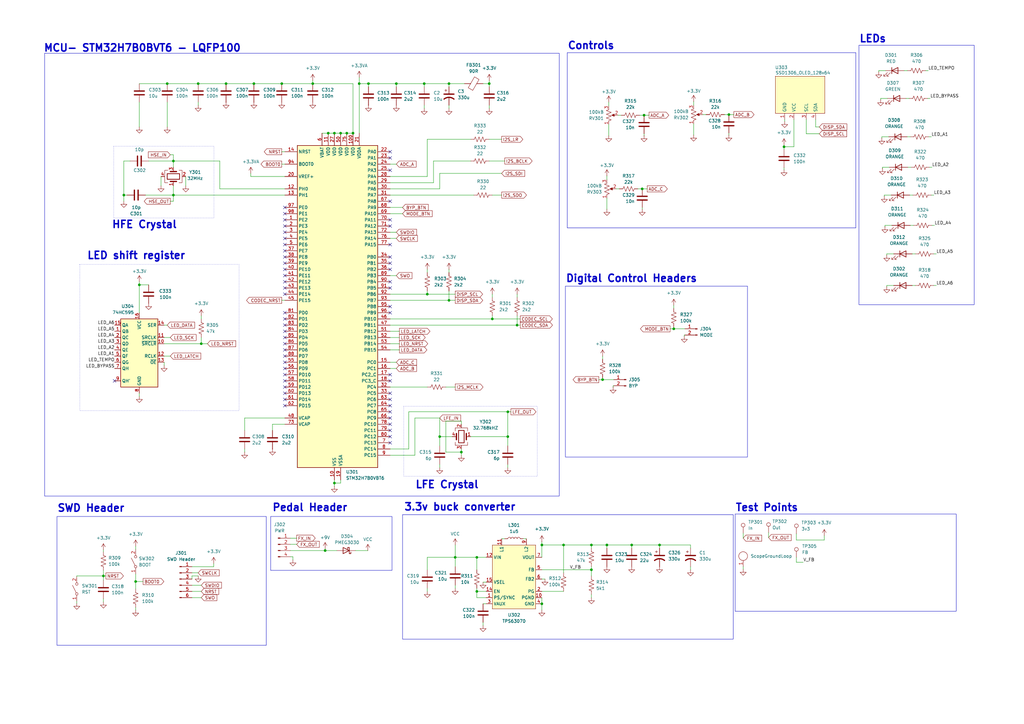
<source format=kicad_sch>
(kicad_sch (version 20231120) (generator "eeschema") (generator_version "8.0")
  (paper "A3")
  (junction (at 189.23 185.42))
  (junction (at 180.34 179.07))
  (junction (at 175.26 120.65))
  (junction (at 184.15 34.29))
  (junction (at 128.27 34.29))
  (junction (at 71.12 80.01))
  (junction (at 248.92 223.52))
  (junction (at 42.418 236.22))
  (junction (at 144.78 54.61))
  (junction (at 264.16 47.244))
  (junction (at 201.93 130.81))
  (junction (at 222.25 247.65))
  (junction (at 147.32 34.29))
  (junction (at 247.142 155.702))
  (junction (at 134.62 54.61))
  (junction (at 104.14 34.29))
  (junction (at 195.58 242.57))
  (junction (at 259.08 223.52))
  (junction (at 195.58 228.6))
  (junction (at 115.57 34.29))
  (junction (at 92.71 34.29))
  (junction (at 222.25 223.52))
  (junction (at 139.7 54.61))
  (junction (at 50.8 80.01))
  (junction (at 142.24 54.61))
  (junction (at 321.564 60.198))
  (junction (at 276.352 134.874))
  (junction (at 55.626 238.506))
  (junction (at 57.15 116.84))
  (junction (at 162.56 34.29))
  (junction (at 133.35 225.806))
  (junction (at 81.28 34.29))
  (junction (at 270.51 223.52))
  (junction (at 242.57 223.52))
  (junction (at 68.58 34.29))
  (junction (at 151.13 34.29))
  (junction (at 186.69 228.6))
  (junction (at 200.66 34.29))
  (junction (at 212.09 133.35))
  (junction (at 263.398 77.47))
  (junction (at 137.16 198.12))
  (junction (at 242.57 233.68))
  (junction (at 208.28 179.07))
  (junction (at 231.14 223.52))
  (junction (at 137.16 54.61))
  (junction (at 71.12 66.04))
  (junction (at 173.99 34.29))
  (junction (at 298.958 46.99))
  (junction (at 82.55 140.97))
  (junction (at 184.15 123.19))
  (junction (at 208.28 168.91))
  (no_connect (at 160.02 69.85))
  (no_connect (at 116.84 128.27))
  (no_connect (at 116.84 107.95))
  (no_connect (at 116.84 148.59))
  (no_connect (at 116.84 105.41))
  (no_connect (at 116.84 87.63))
  (no_connect (at 160.02 166.37))
  (no_connect (at 116.84 163.83))
  (no_connect (at 116.84 92.71))
  (no_connect (at 160.02 171.45))
  (no_connect (at 160.02 176.53))
  (no_connect (at 116.84 90.17))
  (no_connect (at 46.99 156.21))
  (no_connect (at 160.02 115.57))
  (no_connect (at 116.84 146.05))
  (no_connect (at 116.84 118.11))
  (no_connect (at 116.84 166.37))
  (no_connect (at 160.02 107.95))
  (no_connect (at 160.02 153.67))
  (no_connect (at 116.84 102.87))
  (no_connect (at 116.84 140.97))
  (no_connect (at 116.84 138.43))
  (no_connect (at 116.84 97.79))
  (no_connect (at 116.84 110.49))
  (no_connect (at 116.84 115.57))
  (no_connect (at 116.84 95.25))
  (no_connect (at 116.84 113.03))
  (no_connect (at 116.84 153.67))
  (no_connect (at 160.02 64.77))
  (no_connect (at 160.02 173.99))
  (no_connect (at 116.84 130.81))
  (no_connect (at 160.02 161.29))
  (no_connect (at 160.02 100.33))
  (no_connect (at 160.02 92.71))
  (no_connect (at 116.84 156.21))
  (no_connect (at 160.02 168.91))
  (no_connect (at 160.02 128.27))
  (no_connect (at 116.84 143.51))
  (no_connect (at 160.02 110.49))
  (no_connect (at 160.02 118.11))
  (no_connect (at 116.84 85.09))
  (no_connect (at 116.84 100.33))
  (no_connect (at 160.02 62.23))
  (no_connect (at 116.84 120.65))
  (no_connect (at 160.02 90.17))
  (no_connect (at 160.02 179.07))
  (no_connect (at 116.84 151.13))
  (no_connect (at 160.02 105.41))
  (no_connect (at 116.84 161.29))
  (no_connect (at 116.84 158.75))
  (no_connect (at 160.02 125.73))
  (no_connect (at 116.84 135.89))
  (no_connect (at 160.02 181.61))
  (no_connect (at 160.02 163.83))
  (no_connect (at 160.02 156.21))
  (no_connect (at 116.84 133.35))
  (no_connect (at 160.02 82.55))
  (wire (pts (xy 68.58 41.91) (xy 68.58 52.07)))
  (wire (pts (xy 184.15 43.18) (xy 184.15 44.45)))
  (wire (pts (xy 68.58 34.29) (xy 81.28 34.29)))
  (wire (pts (xy 205.74 57.15) (xy 200.66 57.15)))
  (wire (pts (xy 180.34 179.07) (xy 180.34 182.88)))
  (wire (pts (xy 284.48 50.8) (xy 284.48 55.372)))
  (wire (pts (xy 68.58 34.29) (xy 57.15 34.29)))
  (wire (pts (xy 175.26 120.65) (xy 186.69 120.65)))
  (wire (pts (xy 363.22 28.956) (xy 360.426 28.956)))
  (wire (pts (xy 162.56 34.29) (xy 151.13 34.29)))
  (wire (pts (xy 92.71 34.29) (xy 81.28 34.29)))
  (wire (pts (xy 71.12 66.04) (xy 71.12 68.58)))
  (wire (pts (xy 384.048 104.14) (xy 383.032 104.14)))
  (wire (pts (xy 242.57 243.84) (xy 242.57 245.11)))
  (wire (pts (xy 162.56 34.29) (xy 162.56 35.56)))
  (wire (pts (xy 180.34 77.47) (xy 160.02 77.47)))
  (wire (pts (xy 383.286 92.456) (xy 382.27 92.456)))
  (wire (pts (xy 338.074 221.488) (xy 338.074 219.71)))
  (wire (pts (xy 207.01 220.98) (xy 205.74 220.98)))
  (wire (pts (xy 66.04 72.39) (xy 66.04 76.2)))
  (wire (pts (xy 71.12 80.01) (xy 71.12 82.55)))
  (wire (pts (xy 251.46 158.242) (xy 251.46 158.75)))
  (wire (pts (xy 207.01 66.04) (xy 200.66 66.04)))
  (wire (pts (xy 59.69 80.01) (xy 71.12 80.01)))
  (wire (pts (xy 116.84 77.47) (xy 90.17 77.47)))
  (wire (pts (xy 374.142 117.094) (xy 375.412 117.094)))
  (wire (pts (xy 50.8 66.04) (xy 53.34 66.04)))
  (wire (pts (xy 170.18 186.69) (xy 160.02 186.69)))
  (wire (pts (xy 362.712 80.01) (xy 362.712 80.518)))
  (wire (pts (xy 231.14 234.95) (xy 231.14 223.52)))
  (wire (pts (xy 167.64 168.91) (xy 167.64 184.15)))
  (wire (pts (xy 284.48 41.656) (xy 284.48 43.18)))
  (wire (pts (xy 326.644 218.948) (xy 326.644 221.488)))
  (wire (pts (xy 100.33 184.15) (xy 100.33 185.42)))
  (wire (pts (xy 304.8 218.694) (xy 304.8 220.726)))
  (wire (pts (xy 78.74 236.22) (xy 81.28 236.22)))
  (wire (pts (xy 242.57 232.41) (xy 242.57 233.68)))
  (wire (pts (xy 326.644 221.488) (xy 338.074 221.488)))
  (wire (pts (xy 330.708 54.864) (xy 330.708 49.022)))
  (wire (pts (xy 160.02 113.03) (xy 162.56 113.03)))
  (wire (pts (xy 263.398 85.09) (xy 263.398 85.852)))
  (wire (pts (xy 276.352 134.874) (xy 280.924 134.874)))
  (wire (pts (xy 67.31 146.05) (xy 69.85 146.05)))
  (wire (pts (xy 245.618 155.702) (xy 247.142 155.702)))
  (wire (pts (xy 184.15 110.49) (xy 184.15 111.76)))
  (wire (pts (xy 212.09 129.54) (xy 212.09 133.35)))
  (wire (pts (xy 276.352 125.222) (xy 276.352 126.492)))
  (wire (pts (xy 364.49 56.134) (xy 361.696 56.134)))
  (wire (pts (xy 336.042 52.07) (xy 334.518 52.07)))
  (wire (pts (xy 382.016 56.134) (xy 381 56.134)))
  (wire (pts (xy 193.04 66.04) (xy 177.8 66.04)))
  (wire (pts (xy 160.02 85.09) (xy 165.1 85.09)))
  (wire (pts (xy 201.93 129.54) (xy 201.93 130.81)))
  (wire (pts (xy 133.35 225.806) (xy 133.35 225.044)))
  (wire (pts (xy 262.382 47.244) (xy 264.16 47.244)))
  (wire (pts (xy 253.492 47.244) (xy 254.762 47.244)))
  (wire (pts (xy 364.744 68.58) (xy 361.95 68.58)))
  (wire (pts (xy 208.28 168.91) (xy 209.55 168.91)))
  (wire (pts (xy 184.15 34.29) (xy 173.99 34.29)))
  (wire (pts (xy 214.63 220.98) (xy 215.9 220.98)))
  (wire (pts (xy 139.7 54.61) (xy 142.24 54.61)))
  (wire (pts (xy 222.25 237.49) (xy 223.52 237.49)))
  (wire (pts (xy 195.58 242.57) (xy 195.58 245.11)))
  (wire (pts (xy 259.08 224.79) (xy 259.08 223.52)))
  (wire (pts (xy 160.02 123.19) (xy 184.15 123.19)))
  (wire (pts (xy 31.496 236.22) (xy 42.418 236.22)))
  (wire (pts (xy 365.506 80.01) (xy 362.712 80.01)))
  (wire (pts (xy 231.14 223.52) (xy 222.25 223.52)))
  (wire (pts (xy 142.24 54.61) (xy 144.78 54.61)))
  (wire (pts (xy 374.142 104.14) (xy 375.412 104.14)))
  (wire (pts (xy 247.142 155.702) (xy 251.714 155.702)))
  (wire (pts (xy 185.42 179.07) (xy 180.34 179.07)))
  (wire (pts (xy 200.66 33.02) (xy 200.66 34.29)))
  (wire (pts (xy 42.418 236.22) (xy 42.418 237.998)))
  (wire (pts (xy 248.92 72.136) (xy 248.92 73.66)))
  (wire (pts (xy 184.15 119.38) (xy 184.15 123.19)))
  (wire (pts (xy 82.55 140.97) (xy 85.09 140.97)))
  (wire (pts (xy 189.23 173.99) (xy 189.23 172.72)))
  (wire (pts (xy 242.57 223.52) (xy 231.14 223.52)))
  (wire (pts (xy 71.12 76.2) (xy 71.12 80.01)))
  (wire (pts (xy 247.142 146.05) (xy 247.142 147.32)))
  (wire (pts (xy 373.38 92.456) (xy 374.65 92.456)))
  (wire (pts (xy 182.88 185.42) (xy 189.23 185.42)))
  (wire (pts (xy 60.96 66.04) (xy 71.12 66.04)))
  (wire (pts (xy 361.95 68.58) (xy 361.95 69.088)))
  (wire (pts (xy 248.92 224.79) (xy 248.92 223.52)))
  (wire (pts (xy 42.418 233.934) (xy 42.418 236.22)))
  (wire (pts (xy 381.508 40.386) (xy 380.492 40.386)))
  (wire (pts (xy 144.78 34.29) (xy 128.27 34.29)))
  (wire (pts (xy 55.626 238.506) (xy 58.674 238.506)))
  (wire (pts (xy 384.048 117.094) (xy 383.032 117.094)))
  (wire (pts (xy 160.02 148.59) (xy 162.56 148.59)))
  (wire (pts (xy 380.746 28.956) (xy 379.73 28.956)))
  (wire (pts (xy 283.21 232.41) (xy 283.21 233.68)))
  (wire (pts (xy 283.21 223.52) (xy 270.51 223.52)))
  (wire (pts (xy 242.57 233.68) (xy 242.57 236.22)))
  (wire (pts (xy 57.15 161.29) (xy 57.15 162.56)))
  (wire (pts (xy 175.26 72.39) (xy 160.02 72.39)))
  (wire (pts (xy 252.73 77.47) (xy 254 77.47)))
  (wire (pts (xy 119.126 228.346) (xy 120.142 228.346)))
  (wire (pts (xy 55.626 224.028) (xy 55.626 225.298)))
  (wire (pts (xy 249.682 41.91) (xy 249.682 43.434)))
  (wire (pts (xy 186.69 228.6) (xy 195.58 228.6)))
  (wire (pts (xy 371.602 40.386) (xy 372.872 40.386)))
  (wire (pts (xy 139.7 198.12) (xy 137.16 198.12)))
  (wire (pts (xy 42.418 245.618) (xy 42.418 246.888)))
  (wire (pts (xy 100.33 171.45) (xy 116.84 171.45)))
  (wire (pts (xy 163.83 143.51) (xy 160.02 143.51)))
  (wire (pts (xy 137.16 54.61) (xy 139.7 54.61)))
  (wire (pts (xy 274.828 134.874) (xy 276.352 134.874)))
  (wire (pts (xy 147.32 34.29) (xy 147.32 54.61)))
  (wire (pts (xy 298.958 46.99) (xy 300.99 46.99)))
  (wire (pts (xy 184.15 34.29) (xy 190.5 34.29)))
  (wire (pts (xy 102.87 71.12) (xy 102.87 72.39)))
  (wire (pts (xy 382.27 68.58) (xy 381.254 68.58)))
  (wire (pts (xy 76.2 76.2) (xy 76.2 72.39)))
  (wire (pts (xy 67.31 138.43) (xy 69.85 138.43)))
  (wire (pts (xy 363.982 40.386) (xy 361.188 40.386)))
  (wire (pts (xy 175.26 57.15) (xy 175.26 72.39)))
  (wire (pts (xy 304.8 232.41) (xy 304.8 233.426)))
  (wire (pts (xy 67.31 140.97) (xy 82.55 140.97)))
  (wire (pts (xy 128.27 33.02) (xy 128.27 34.29)))
  (wire (pts (xy 336.042 54.864) (xy 330.708 54.864)))
  (wire (pts (xy 184.15 123.19) (xy 186.69 123.19)))
  (wire (pts (xy 208.28 168.91) (xy 208.28 179.07)))
  (wire (pts (xy 160.02 97.79) (xy 162.56 97.79)))
  (wire (pts (xy 189.23 185.42) (xy 189.23 186.69)))
  (wire (pts (xy 137.16 198.12) (xy 137.16 199.39)))
  (wire (pts (xy 198.12 247.65) (xy 199.39 247.65)))
  (wire (pts (xy 326.644 230.632) (xy 329.438 230.632)))
  (wire (pts (xy 167.64 184.15) (xy 160.02 184.15)))
  (wire (pts (xy 160.02 120.65) (xy 175.26 120.65)))
  (wire (pts (xy 119.126 225.806) (xy 133.35 225.806)))
  (wire (pts (xy 173.99 43.18) (xy 173.99 44.45)))
  (wire (pts (xy 222.25 247.65) (xy 222.25 250.19)))
  (wire (pts (xy 160.02 67.31) (xy 162.56 67.31)))
  (wire (pts (xy 283.21 224.79) (xy 283.21 223.52)))
  (wire (pts (xy 363.728 104.14) (xy 363.728 104.648)))
  (wire (pts (xy 189.23 184.15) (xy 189.23 185.42)))
  (wire (pts (xy 263.398 77.47) (xy 265.43 77.47)))
  (wire (pts (xy 242.57 224.79) (xy 242.57 223.52)))
  (wire (pts (xy 321.564 59.436) (xy 321.564 60.198)))
  (wire (pts (xy 147.32 34.29) (xy 151.13 34.29)))
  (wire (pts (xy 362.966 92.456) (xy 362.966 92.964)))
  (wire (pts (xy 212.09 133.35) (xy 213.36 133.35)))
  (wire (pts (xy 57.15 115.57) (xy 57.15 116.84)))
  (wire (pts (xy 55.626 235.458) (xy 55.626 238.506)))
  (wire (pts (xy 372.11 56.134) (xy 373.38 56.134)))
  (wire (pts (xy 361.696 56.134) (xy 361.696 56.642)))
  (wire (pts (xy 315.214 218.44) (xy 315.214 220.472)))
  (wire (pts (xy 264.16 47.244) (xy 266.192 47.244)))
  (wire (pts (xy 198.12 238.76) (xy 199.39 238.76)))
  (wire (pts (xy 280.67 137.414) (xy 280.924 137.414)))
  (wire (pts (xy 147.32 31.75) (xy 147.32 34.29)))
  (wire (pts (xy 175.26 158.75) (xy 160.02 158.75)))
  (wire (pts (xy 82.55 129.54) (xy 82.55 130.81)))
  (wire (pts (xy 383.032 80.01) (xy 382.016 80.01)))
  (wire (pts (xy 111.76 176.53) (xy 111.76 173.99)))
  (wire (pts (xy 82.55 140.97) (xy 82.55 138.43)))
  (wire (pts (xy 200.66 34.29) (xy 200.66 35.56)))
  (wire (pts (xy 134.62 54.61) (xy 137.16 54.61)))
  (wire (pts (xy 177.8 66.04) (xy 177.8 74.93)))
  (wire (pts (xy 195.58 241.3) (xy 195.58 242.57)))
  (wire (pts (xy 67.31 133.35) (xy 68.58 133.35)))
  (wire (pts (xy 71.12 63.5) (xy 71.12 66.04)))
  (wire (pts (xy 69.85 63.5) (xy 71.12 63.5)))
  (wire (pts (xy 115.57 62.23) (xy 116.84 62.23)))
  (wire (pts (xy 195.58 228.6) (xy 199.39 228.6)))
  (wire (pts (xy 50.8 80.01) (xy 50.8 66.04)))
  (wire (pts (xy 186.69 158.75) (xy 182.88 158.75)))
  (wire (pts (xy 81.28 41.91) (xy 81.28 43.18)))
  (wire (pts (xy 170.18 171.45) (xy 170.18 186.69)))
  (wire (pts (xy 60.96 116.84) (xy 57.15 116.84)))
  (wire (pts (xy 167.64 168.91) (xy 208.28 168.91)))
  (wire (pts (xy 78.74 242.57) (xy 82.55 242.57)))
  (wire (pts (xy 144.78 34.29) (xy 144.78 54.61)))
  (wire (pts (xy 138.176 225.806) (xy 133.35 225.806)))
  (wire (pts (xy 288.29 46.99) (xy 289.56 46.99)))
  (wire (pts (xy 50.8 82.55) (xy 50.8 80.01)))
  (wire (pts (xy 201.93 120.65) (xy 201.93 121.92)))
  (wire (pts (xy 186.69 240.03) (xy 186.69 241.3)))
  (wire (pts (xy 325.628 60.198) (xy 321.564 60.198)))
  (wire (pts (xy 334.518 52.07) (xy 334.518 49.022)))
  (wire (pts (xy 298.958 54.61) (xy 298.958 55.372)))
  (wire (pts (xy 261.62 77.47) (xy 263.398 77.47)))
  (wire (pts (xy 247.142 154.94) (xy 247.142 155.702)))
  (wire (pts (xy 162.56 34.29) (xy 173.99 34.29)))
  (wire (pts (xy 78.74 240.03) (xy 82.55 240.03)))
  (wire (pts (xy 372.364 68.58) (xy 373.634 68.58)))
  (wire (pts (xy 132.08 54.61) (xy 134.62 54.61)))
  (wire (pts (xy 78.74 237.49) (xy 78.74 236.22)))
  (wire (pts (xy 87.63 232.41) (xy 78.74 232.41)))
  (wire (pts (xy 193.04 57.15) (xy 175.26 57.15)))
  (wire (pts (xy 321.818 49.022) (xy 321.818 49.784)))
  (wire (pts (xy 251.46 158.242) (xy 251.714 158.242)))
  (wire (pts (xy 222.25 222.25) (xy 222.25 223.52)))
  (wire (pts (xy 87.63 231.14) (xy 87.63 232.41)))
  (wire (pts (xy 184.15 35.56) (xy 184.15 34.29)))
  (wire (pts (xy 78.74 245.11) (xy 82.55 245.11)))
  (wire (pts (xy 361.188 40.386) (xy 361.188 40.894)))
  (wire (pts (xy 208.28 179.07) (xy 208.28 182.88)))
  (wire (pts (xy 222.25 223.52) (xy 222.25 228.6)))
  (wire (pts (xy 186.69 223.52) (xy 186.69 228.6)))
  (wire (pts (xy 248.92 223.52) (xy 242.57 223.52)))
  (wire (pts (xy 102.87 72.39) (xy 116.84 72.39)))
  (wire (pts (xy 208.28 190.5) (xy 208.28 191.77)))
  (wire (pts (xy 175.26 119.38) (xy 175.26 120.65)))
  (wire (pts (xy 373.126 80.01) (xy 374.396 80.01)))
  (wire (pts (xy 90.17 77.47) (xy 90.17 66.04)))
  (wire (pts (xy 180.34 190.5) (xy 180.34 191.77)))
  (wire (pts (xy 104.14 34.29) (xy 92.71 34.29)))
  (wire (pts (xy 145.796 225.806) (xy 150.876 225.806)))
  (wire (pts (xy 370.84 28.956) (xy 372.11 28.956)))
  (wire (pts (xy 259.08 223.52) (xy 270.51 223.52)))
  (wire (pts (xy 366.522 117.094) (xy 363.728 117.094)))
  (wire (pts (xy 175.26 233.68) (xy 175.26 228.6)))
  (wire (pts (xy 200.66 43.18) (xy 200.66 44.45)))
  (wire (pts (xy 189.23 172.72) (xy 182.88 172.72)))
  (wire (pts (xy 180.34 71.12) (xy 180.34 77.47)))
  (wire (pts (xy 119.126 223.266) (xy 121.666 223.266)))
  (wire (pts (xy 186.69 228.6) (xy 186.69 232.41)))
  (wire (pts (xy 111.76 173.99) (xy 116.84 173.99)))
  (wire (pts (xy 360.426 28.956) (xy 360.426 29.464)))
  (wire (pts (xy 42.418 225.552) (xy 42.418 226.314)))
  (wire (pts (xy 198.12 255.27) (xy 198.12 256.54)))
  (wire (pts (xy 270.51 224.79) (xy 270.51 223.52)))
  (wire (pts (xy 321.564 68.834) (xy 321.564 69.596)))
  (wire (pts (xy 120.142 228.346) (xy 120.142 229.616)))
  (wire (pts (xy 326.644 228.6) (xy 326.644 230.632)))
  (wire (pts (xy 175.26 110.49) (xy 175.26 111.76)))
  (wire (pts (xy 175.26 228.6) (xy 186.69 228.6)))
  (wire (pts (xy 115.57 67.31) (xy 116.84 67.31)))
  (wire (pts (xy 201.93 130.81) (xy 213.36 130.81)))
  (wire (pts (xy 100.33 171.45) (xy 100.33 176.53)))
  (wire (pts (xy 128.27 34.29) (xy 115.57 34.29)))
  (wire (pts (xy 249.682 51.054) (xy 249.682 55.626)))
  (wire (pts (xy 31.496 236.474) (xy 31.496 236.22)))
  (wire (pts (xy 163.83 135.89) (xy 160.02 135.89)))
  (wire (pts (xy 160.02 130.81) (xy 201.93 130.81)))
  (wire (pts (xy 182.88 172.72) (xy 182.88 185.42)))
  (wire (pts (xy 180.34 171.45) (xy 180.34 179.07)))
  (wire (pts (xy 363.728 117.094) (xy 363.728 117.602)))
  (wire (pts (xy 55.626 249.174) (xy 55.626 250.19)))
  (wire (pts (xy 222.25 233.68) (xy 242.57 233.68)))
  (wire (pts (xy 115.57 123.19) (xy 116.84 123.19)))
  (wire (pts (xy 69.85 82.55) (xy 71.12 82.55)))
  (wire (pts (xy 163.83 138.43) (xy 160.02 138.43)))
  (wire (pts (xy 222.25 242.57) (xy 231.14 242.57)))
  (wire (pts (xy 170.18 171.45) (xy 180.34 171.45)))
  (wire (pts (xy 325.628 49.022) (xy 325.628 60.198)))
  (wire (pts (xy 115.57 34.29) (xy 104.14 34.29)))
  (wire (pts (xy 42.418 236.22) (xy 43.434 236.22)))
  (wire (pts (xy 151.13 34.29) (xy 151.13 35.56)))
  (wire (pts (xy 67.31 148.59) (xy 67.31 149.86)))
  (wire (pts (xy 180.34 71.12) (xy 205.74 71.12)))
  (wire (pts (xy 139.7 196.85) (xy 139.7 198.12)))
  (wire (pts (xy 90.17 66.04) (xy 71.12 66.04)))
  (wire (pts (xy 160.02 133.35) (xy 212.09 133.35)))
  (wire (pts (xy 31.496 246.634) (xy 31.496 247.396)))
  (wire (pts (xy 321.564 60.198) (xy 321.564 61.214)))
  (wire (pts (xy 160.02 87.63) (xy 165.1 87.63)))
  (wire (pts (xy 222.25 245.11) (xy 222.25 247.65)))
  (wire (pts (xy 177.8 74.93) (xy 160.02 74.93)))
  (wire (pts (xy 78.74 234.95) (xy 81.28 234.95)))
  (wire (pts (xy 366.522 104.14) (xy 363.728 104.14)))
  (wire (pts (xy 280.67 137.414) (xy 280.67 137.922)))
  (wire (pts (xy 248.92 81.28) (xy 248.92 85.852)))
  (wire (pts (xy 212.09 120.65) (xy 212.09 121.92)))
  (wire (pts (xy 205.74 80.01) (xy 201.93 80.01)))
  (wire (pts (xy 57.15 116.84) (xy 57.15 128.27)))
  (wire (pts (xy 119.126 220.726) (xy 121.666 220.726)))
  (wire (pts (xy 137.16 196.85) (xy 137.16 198.12)))
  (wire (pts (xy 195.58 242.57) (xy 199.39 242.57)))
  (wire (pts (xy 194.31 80.01) (xy 160.02 80.01)))
  (wire (pts (xy 276.352 134.112) (xy 276.352 134.874)))
  (wire (pts (xy 198.12 34.29) (xy 200.66 34.29)))
  (wire (pts (xy 160.02 151.13) (xy 162.56 151.13)))
  (wire (pts (xy 173.99 35.56) (xy 173.99 34.29)))
  (wire (pts (xy 297.18 46.99) (xy 298.958 46.99)))
  (wire (pts (xy 71.12 80.01) (xy 116.84 80.01)))
  (wire (pts (xy 175.26 241.3) (xy 175.26 242.57)))
  (wire (pts (xy 195.58 228.6) (xy 195.58 233.68)))
  (wire (pts (xy 50.8 80.01) (xy 52.07 80.01)))
  (wire (pts (xy 57.15 41.91) (xy 57.15 52.07)))
  (wire (pts (xy 264.16 54.864) (xy 264.16 55.626)))
  (wire (pts (xy 163.83 140.97) (xy 160.02 140.97)))
  (wire (pts (xy 160.02 95.25) (xy 162.56 95.25)))
  (wire (pts (xy 55.626 238.506) (xy 55.626 241.554)))
  (wire (pts (xy 365.76 92.456) (xy 362.966 92.456)))
  (wire (pts (xy 259.08 223.52) (xy 248.92 223.52)))
  (wire (pts (xy 199.39 245.11) (xy 195.58 245.11)))
  (wire (pts (xy 208.28 179.07) (xy 193.04 179.07)))
  (rectangle (start 165.1 211.074) (end 300.736 262.128))
  (rectangle (start 231.902 117.348) (end 306.578 187.452))
  (rectangle (start 352.298 18.542) (end 399.542 124.968))
  (rectangle (start 18.288 21.844) (end 229.362 203.454))
  (rectangle (start 301.498 210.82) (end 392.176 250.698))
  (rectangle (start 110.998 211.836) (end 160.782 233.934))
  (rectangle (start 46.609 59.944) (end 87.757 89.408) (stroke (width 0) (type dot)))
  (rectangle (start 32.766 108.458) (end 98.044 168.402) (stroke (width 0) (type dot)))
  (rectangle (start 232.664 21.59) (end 351.028 93.472))
  (rectangle (start 23.368 211.836) (end 109.22 264.668))
  (rectangle (start 165.608 166.624) (end 220.345 195.326) (stroke (width 0) (type dot)))
  (text "Pedal Header" (at 111.506 210.058 0) (effects (font (size 3 3) (thickness 0.6) (bold yes)) (justify left bottom)))
  (text "3.3v buck converter" (at 165.608 209.804 0) (effects (font (size 3 3) (thickness 0.6) (bold yes)) (justify left bottom)))
  (text "LED shift register" (at 35.56 106.68 0) (effects (font (size 3 3) (thickness 0.6) (bold yes)) (justify left bottom)))
  (text "Test Points" (at 301.498 210.058 0) (effects (font (size 3 3) (thickness 0.6) (bold yes)) (justify left bottom)))
  (text "HFE Crystal" (at 45.72 93.98 0) (effects (font (size 3 3) (thickness 0.6) (bold yes)) (justify left bottom)))
  (text "LEDs" (at 352.298 17.78 0) (effects (font (size 3 3) (thickness 0.6) (bold yes)) (justify left bottom)))
  (text "MCU- STM32H7B0BVT6 - LQFP100" (at 17.78 21.59 0) (effects (font (size 3 3) (thickness 0.6) (bold yes)) (justify left bottom)))
  (text "LFE Crystal" (at 170.18 200.66 0) (effects (font (size 3 3) (thickness 0.6) (bold yes)) (justify left bottom)))
  (text "SWD Header" (at 23.368 210.312 0) (effects (font (size 3 3) (thickness 0.6) (bold yes)) (justify left bottom)))
  (text "Controls" (at 232.664 20.574 0) (effects (font (size 3 3) (thickness 0.6) (bold yes)) (justify left bottom)))
  (text "Digital Control Headers" (at 231.902 116.078 0) (effects (font (size 3 3) (thickness 0.6) (bold yes)) (justify left bottom)))
  (label "LED_A5" (at 384.048 104.14 0))
  (label "LED_A2" (at 382.27 68.58 0))
  (label "LED_A4" (at 383.286 92.456 0))
  (label "LED_A6" (at 384.048 117.094 0))
  (label "LED_BYPASS" (at 381.508 40.386 0))
  (label "V_FB" (at 233.68 233.68 0))
  (label "LED_TEMPO" (at 46.99 148.59 180))
  (label "LED_A4" (at 46.99 138.43 180))
  (label "LED_A5" (at 46.99 135.89 180))
  (label "LED_A3" (at 46.99 140.97 180))
  (label "LED_A1" (at 46.99 146.05 180))
  (label "LED_A3" (at 383.032 80.01 0))
  (label "LED_TEMPO" (at 380.746 28.956 0))
  (label "LED_A1" (at 382.016 56.134 0))
  (label "V_FB" (at 329.438 230.632 0))
  (label "LED_BYPASS" (at 46.99 151.13 180))
  (label "LED_A6" (at 46.99 133.35 180))
  (label "LED_A2" (at 46.99 143.51 180))
  (global_label "MODE_BTN" (shape output) (at 274.828 134.874 180) (property "Intersheetrefs" "${INTERSHEET_REFS}" (effects (hide yes))))
  (global_label "SWO" (shape input) (at 162.56 113.03 0) (property "Intersheetrefs" "${INTERSHEET_REFS}" (effects (hide yes))))
  (global_label "SWDIO" (shape input) (at 82.55 240.03 0) (property "Intersheetrefs" "${INTERSHEET_REFS}" (effects (hide yes))))
  (global_label "NRST" (shape input) (at 82.55 242.57 0) (property "Intersheetrefs" "${INTERSHEET_REFS}" (effects (hide yes))))
  (global_label "DISP_SCL" (shape input) (at 336.042 54.864 0) (property "Intersheetrefs" "${INTERSHEET_REFS}" (effects (hide yes))))
  (global_label "I2S_SDI" (shape input) (at 205.74 71.12 0) (property "Intersheetrefs" "${INTERSHEET_REFS}" (effects (hide yes))))
  (global_label "CODEC_SDA" (shape output) (at 213.36 133.35 0) (property "Intersheetrefs" "${INTERSHEET_REFS}" (effects (hide yes))))
  (global_label "I2S_BCLK" (shape output) (at 207.01 66.04 0) (property "Intersheetrefs" "${INTERSHEET_REFS}" (effects (hide yes))))
  (global_label "LED_LATCH" (shape output) (at 163.83 135.89 0) (property "Intersheetrefs" "${INTERSHEET_REFS}" (effects (hide yes))))
  (global_label "SWCLK" (shape input) (at 162.56 97.79 0) (property "Intersheetrefs" "${INTERSHEET_REFS}" (effects (hide yes))))
  (global_label "SWDIO" (shape input) (at 162.56 95.25 0) (property "Intersheetrefs" "${INTERSHEET_REFS}" (effects (hide yes))))
  (global_label "BOOT0" (shape output) (at 115.57 67.31 180) (property "Intersheetrefs" "${INTERSHEET_REFS}" (effects (hide yes))))
  (global_label "SWCLK" (shape input) (at 81.28 234.95 0) (property "Intersheetrefs" "${INTERSHEET_REFS}" (effects (hide yes))))
  (global_label "FX_OUT" (shape input) (at 121.666 223.266 0) (property "Intersheetrefs" "${INTERSHEET_REFS}" (effects (hide yes))))
  (global_label "ADC_A" (shape input) (at 162.56 67.31 0) (property "Intersheetrefs" "${INTERSHEET_REFS}" (effects (hide yes))))
  (global_label "I2S_SDO" (shape output) (at 205.74 80.01 0) (property "Intersheetrefs" "${INTERSHEET_REFS}" (effects (hide yes))))
  (global_label "CODEC_NRST" (shape output) (at 115.57 123.19 180) (property "Intersheetrefs" "${INTERSHEET_REFS}" (effects (hide yes))))
  (global_label "BYP_BTN" (shape output) (at 245.618 155.702 180) (property "Intersheetrefs" "${INTERSHEET_REFS}" (effects (hide yes))))
  (global_label "LED_NRST" (shape output) (at 163.83 140.97 0) (property "Intersheetrefs" "${INTERSHEET_REFS}" (effects (hide yes))))
  (global_label "I2S_LR" (shape output) (at 205.74 57.15 0) (property "Intersheetrefs" "${INTERSHEET_REFS}" (effects (hide yes))))
  (global_label "SWO" (shape input) (at 82.55 245.11 0) (property "Intersheetrefs" "${INTERSHEET_REFS}" (effects (hide yes))))
  (global_label "NRST" (shape output) (at 43.434 236.22 0) (property "Intersheetrefs" "${INTERSHEET_REFS}" (effects (hide yes))))
  (global_label "ADC_A" (shape output) (at 266.192 47.244 0) (property "Intersheetrefs" "${INTERSHEET_REFS}" (effects (hide yes))))
  (global_label "DISP_SCL" (shape output) (at 186.69 120.65 0) (property "Intersheetrefs" "${INTERSHEET_REFS}" (effects (hide yes))))
  (global_label "LED_DATA" (shape output) (at 163.83 143.51 0) (property "Intersheetrefs" "${INTERSHEET_REFS}" (effects (hide yes))))
  (global_label "BOOT0" (shape output) (at 58.674 238.506 0) (property "Intersheetrefs" "${INTERSHEET_REFS}" (effects (hide yes))))
  (global_label "FX_IN" (shape input) (at 304.8 220.726 0) (property "Intersheetrefs" "${INTERSHEET_REFS}" (effects (hide yes))))
  (global_label "LED_LATCH" (shape input) (at 69.85 146.05 0) (property "Intersheetrefs" "${INTERSHEET_REFS}" (effects (hide yes))))
  (global_label "ADC_B" (shape input) (at 162.56 151.13 0) (property "Intersheetrefs" "${INTERSHEET_REFS}" (effects (hide yes))))
  (global_label "DISP_SDA" (shape output) (at 186.69 123.19 0) (property "Intersheetrefs" "${INTERSHEET_REFS}" (effects (hide yes))))
  (global_label "HSE_IN" (shape input) (at 69.85 63.5 180) (property "Intersheetrefs" "${INTERSHEET_REFS}" (effects (hide yes))))
  (global_label "LED_DATA" (shape input) (at 68.58 133.35 0) (property "Intersheetrefs" "${INTERSHEET_REFS}" (effects (hide yes))))
  (global_label "FX_OUT" (shape input) (at 315.214 220.472 0) (property "Intersheetrefs" "${INTERSHEET_REFS}" (effects (hide yes))))
  (global_label "BYP_BTN" (shape input) (at 165.1 85.09 0) (property "Intersheetrefs" "${INTERSHEET_REFS}" (effects (hide yes))))
  (global_label "FX_IN" (shape output) (at 121.666 220.726 0) (property "Intersheetrefs" "${INTERSHEET_REFS}" (effects (hide yes))))
  (global_label "ADC_C" (shape input) (at 162.56 148.59 0) (property "Intersheetrefs" "${INTERSHEET_REFS}" (effects (hide yes))))
  (global_label "MODE_BTN" (shape input) (at 165.1 87.63 0) (property "Intersheetrefs" "${INTERSHEET_REFS}" (effects (hide yes))))
  (global_label "HSE_OUT" (shape output) (at 69.85 82.55 180) (property "Intersheetrefs" "${INTERSHEET_REFS}" (effects (hide yes))))
  (global_label "CODEC_SCL" (shape output) (at 213.36 130.81 0) (property "Intersheetrefs" "${INTERSHEET_REFS}" (effects (hide yes))))
  (global_label "ADC_B" (shape output) (at 300.99 46.99 0) (property "Intersheetrefs" "${INTERSHEET_REFS}" (effects (hide yes))))
  (global_label "ADC_C" (shape output) (at 265.43 77.47 0) (property "Intersheetrefs" "${INTERSHEET_REFS}" (effects (hide yes))))
  (global_label "NRST" (shape output) (at 115.57 62.23 180) (property "Intersheetrefs" "${INTERSHEET_REFS}" (effects (hide yes))))
  (global_label "LED_NRST" (shape input) (at 85.09 140.97 0) (property "Intersheetrefs" "${INTERSHEET_REFS}" (effects (hide yes))))
  (global_label "I2S_MCLK" (shape output) (at 186.69 158.75 0) (property "Intersheetrefs" "${INTERSHEET_REFS}" (effects (hide yes))))
  (global_label "DISP_SDA" (shape input) (at 336.042 52.07 0) (property "Intersheetrefs" "${INTERSHEET_REFS}" (effects (hide yes))))
  (global_label "LFE_IN" (shape input) (at 180.34 171.45 0) (property "Intersheetrefs" "${INTERSHEET_REFS}" (effects (hide yes))))
  (global_label "LED_SCK" (shape input) (at 69.85 138.43 0) (property "Intersheetrefs" "${INTERSHEET_REFS}" (effects (hide yes))))
  (global_label "LED_SCK" (shape output) (at 163.83 138.43 0) (property "Intersheetrefs" "${INTERSHEET_REFS}" (effects (hide yes))))
  (global_label "LFE_OUT" (shape output) (at 209.55 168.91 0) (property "Intersheetrefs" "${INTERSHEET_REFS}" (effects (hide yes))))
  (symbol (lib_id "power:+3.3V") (at 87.63 231.14 0) (unit 1)
    (property "Reference" "#PWR01" (effects (hide yes)))
    (property "Value" "+3.3V" (at 87.63 226.187 0))
  )
  (symbol (lib_id "Device:R_US") (at 379.222 117.094 90) (unit 1)
    (property "Reference" "R318" (at 379.222 110.744 90))
    (property "Value" "470" (at 379.222 113.284 90))
    (property "Footprint" "Resistor_SMD:R_0805_2012Metric" (effects (hide yes)))
    (property "Description" "Resistor, US symbol" (effects (hide yes)))
  )
  (symbol (lib_id "Device:R_US") (at 175.26 115.57 0) (unit 1)
    (property "Reference" "R303" (at 178.054 114.2999 0) (effects (justify left)))
    (property "Value" "2k2" (at 178.054 116.8399 0) (effects (justify left)))
    (property "Footprint" "Resistor_SMD:R_0805_2012Metric" (effects (hide yes)))
    (property "Description" "Resistor, US symbol" (effects (hide yes)))
  )
  (symbol (lib_id "Device:C") (at 175.26 237.49 0) (unit 1)
    (property "Reference" "C319" (at 171.958 236.2199 0) (effects (justify right)))
    (property "Value" "10u" (at 171.958 238.7599 0) (effects (justify right)))
    (property "Footprint" "Capacitor_SMD:C_0805_2012Metric" (effects (hide yes)))
    (property "Description" "Unpolarized capacitor" (effects (hide yes)))
  )
  (symbol (lib_id "Device:R_US") (at 276.352 130.302 0) (unit 1)
    (property "Reference" "R327" (at 278.892 129.0319 0) (effects (justify left)))
    (property "Value" "100k" (at 278.892 131.5719 0) (effects (justify left)))
    (property "Footprint" "Resistor_SMD:R_0805_2012Metric" (effects (hide yes)))
    (property "Description" "Resistor, US symbol" (effects (hide yes)))
  )
  (symbol (lib_id "Device:R_US") (at 212.09 125.73 0) (unit 1)
    (property "Reference" "R302" (at 214.122 124.4599 0) (effects (justify left)))
    (property "Value" "2k2" (at 214.122 126.9999 0) (effects (justify left)))
    (property "Footprint" "Resistor_SMD:R_0805_2012Metric" (effects (hide yes)))
    (property "Description" "Resistor, US symbol" (effects (hide yes)))
  )
  (symbol (lib_name "GND_1") (lib_id "power:GND") (at 115.57 41.91 0) (unit 1)
    (property "Reference" "#PWR0321" (effects (hide yes)))
    (property "Value" "GND" (effects (hide yes)))
    (property "Description" "Power symbol creates a global label with name \"GND\" , ground" (effects (hide yes)))
  )
  (symbol (lib_id "Device:Crystal_GND24") (at 71.12 72.39 270) (mirror x) (unit 1)
    (property "Reference" "Y301" (at 80.01 70.612 90))
    (property "Value" "32MHz" (at 80.01 73.152 90))
    (property "Footprint" "Crystal:Crystal_SMD_EuroQuartz_MT-4Pin_3.2x2.5mm" (effects (hide yes)))
  )
  (symbol (lib_id "Device:C") (at 173.99 39.37 0) (unit 1)
    (property "Reference" "C2" (at 177.8 38.0999 0) (effects (justify left)))
    (property "Value" "10u" (at 177.8 40.6399 0) (effects (justify left)))
    (property "Footprint" "Capacitor_SMD:C_0805_2012Metric" (effects (hide yes)))
    (property "Description" "Unpolarized capacitor" (effects (hide yes)))
  )
  (symbol (lib_id "Connector:TestPoint") (at 326.644 228.6 0) (unit 1) (in_bom no)
    (property "Reference" "TP305" (at 328.93 224.0279 0) (effects (justify left)))
    (property "Value" "FB" (at 328.93 226.5679 0) (effects (justify left)))
    (property "Footprint" "TestPoint:TestPoint_THTPad_D2.0mm_Drill1.0mm_VAL" (effects (hide yes)))
    (property "Description" "test point" (effects (hide yes)))
  )
  (symbol (lib_id "power:GND") (at 198.12 238.76 0) (unit 1)
    (property "Reference" "#PWR0344" (effects (hide yes)))
    (property "Value" "GND" (effects (hide yes)))
  )
  (symbol (lib_id "Device:C") (at 186.69 236.22 0) (unit 1)
    (property "Reference" "C321" (at 183.388 234.9499 0) (effects (justify right)))
    (property "Value" "10u" (at 183.388 237.4899 0) (effects (justify right)))
    (property "Footprint" "Capacitor_SMD:C_0805_2012Metric" (effects (hide yes)))
    (property "Description" "Unpolarized capacitor" (effects (hide yes)))
  )
  (symbol (lib_id "Device:C") (at 57.15 38.1 0) (unit 1)
    (property "Reference" "C303" (at 60.96 36.8299 0) (effects (justify left)))
    (property "Value" "10u" (at 60.96 39.3699 0) (effects (justify left)))
    (property "Footprint" "Capacitor_SMD:C_0805_2012Metric" (effects (hide yes)))
    (property "Description" "Unpolarized capacitor" (effects (hide yes)))
  )
  (symbol (lib_id "power:GND") (at 222.25 250.19 0) (unit 1)
    (property "Reference" "#PWR0347" (effects (hide yes)))
    (property "Value" "GND" (effects (hide yes)))
  )
  (symbol (lib_id "power:GND") (at 208.28 191.77 0) (unit 1)
    (property "Reference" "#PWR0332" (effects (hide yes)))
    (property "Value" "GND" (effects (hide yes)))
  )
  (symbol (lib_id "Device:D_Schottky") (at 141.986 225.806 180) (unit 1)
    (property "Reference" "D304" (at 142.3035 219.964 0))
    (property "Value" "PMEG3030" (at 142.3035 222.504 0))
    (property "Footprint" "Diode_SMD:D_SOD-123" (effects (hide yes)))
  )
  (symbol (lib_id "Device:R_US") (at 231.14 238.76 0) (unit 1)
    (property "Reference" "R312" (at 225.044 237.236 0) (effects (justify left)))
    (property "Value" "100k" (at 225.044 239.776 0) (effects (justify left)))
    (property "Footprint" "Resistor_SMD:R_0805_2012Metric" (effects (hide yes)))
  )
  (symbol (lib_id "Device:C") (at 208.28 186.69 0) (unit 1)
    (property "Reference" "C317" (at 204.978 185.42 0) (effects (justify right)))
    (property "Value" "6p" (at 204.978 187.96 0) (effects (justify right)))
    (property "Footprint" "Capacitor_SMD:C_0805_2012Metric" (effects (hide yes)))
  )
  (symbol (lib_id "Device:R_US") (at 82.55 134.62 0) (unit 1)
    (property "Reference" "R305" (at 84.582 133.3499 0) (effects (justify left)))
    (property "Value" "47k" (at 84.582 135.8899 0) (effects (justify left)))
    (property "Footprint" "Resistor_SMD:R_0805_2012Metric" (effects (hide yes)))
    (property "Description" "Resistor, US symbol" (effects (hide yes)))
  )
  (symbol (lib_id "Device:C") (at 264.16 51.054 0) (unit 1)
    (property "Reference" "C327" (at 260.35 49.7839 0) (effects (justify right)))
    (property "Value" "10n" (at 260.35 52.3239 0) (effects (justify right)))
    (property "Footprint" "Capacitor_SMD:C_0805_2012Metric" (effects (hide yes)))
    (property "Description" "Unpolarized capacitor" (effects (hide yes)))
  )
  (symbol (lib_name "GND_1") (lib_id "power:GND") (at 298.958 55.372 0) (unit 1)
    (property "Reference" "#PWR0362" (effects (hide yes)))
    (property "Value" "GND" (effects (hide yes)))
    (property "Description" "Power symbol creates a global label with name \"GND\" , ground" (effects (hide yes)))
  )
  (symbol (lib_name "GND_3") (lib_id "power:GND") (at 249.682 55.626 0) (unit 1)
    (property "Reference" "#PWR0358" (effects (hide yes)))
    (property "Value" "GND" (effects (hide yes)))
    (property "Description" "Power symbol creates a global label with name \"GND\" , ground" (effects (hide yes)))
  )
  (symbol (lib_id "Device:R_US") (at 201.93 125.73 0) (unit 1)
    (property "Reference" "R301" (at 204.724 124.4599 0) (effects (justify left)))
    (property "Value" "2k2" (at 204.724 126.9999 0) (effects (justify left)))
    (property "Footprint" "Resistor_SMD:R_0805_2012Metric" (effects (hide yes)))
    (property "Description" "Resistor, US symbol" (effects (hide yes)))
  )
  (symbol (lib_id "power:GND") (at 175.26 242.57 0) (unit 1)
    (property "Reference" "#PWR0341" (effects (hide yes)))
    (property "Value" "GND" (effects (hide yes)))
  )
  (symbol (lib_id "Device:C") (at 162.56 39.37 0) (unit 1)
    (property "Reference" "C314" (at 165.608 38.0999 0) (effects (justify left)))
    (property "Value" "2u2" (at 165.608 40.6399 0) (effects (justify left)))
    (property "Footprint" "Capacitor_SMD:C_0805_2012Metric" (effects (hide yes)))
    (property "Description" "Unpolarized capacitor" (effects (hide yes)))
  )
  (symbol (lib_id "Device:C") (at 104.14 38.1 0) (unit 1)
    (property "Reference" "C309" (at 107.95 36.8299 0) (effects (justify left)))
    (property "Value" "100n" (at 107.95 39.3699 0) (effects (justify left)))
    (property "Footprint" "Capacitor_SMD:C_0805_2012Metric" (effects (hide yes)))
    (property "Description" "Unpolarized capacitor" (effects (hide yes)))
  )
  (symbol (lib_name "GND_1") (lib_id "power:GND") (at 151.13 43.18 0) (unit 1)
    (property "Reference" "#PWR0326" (effects (hide yes)))
    (property "Value" "GND" (effects (hide yes)))
    (property "Description" "Power symbol creates a global label with name \"GND\" , ground" (effects (hide yes)))
  )
  (symbol (lib_name "GND_1") (lib_id "power:GND") (at 92.71 41.91 0) (unit 1)
    (property "Reference" "#PWR0315" (effects (hide yes)))
    (property "Value" "GND" (effects (hide yes)))
    (property "Description" "Power symbol creates a global label with name \"GND\" , ground" (effects (hide yes)))
  )
  (symbol (lib_name "+3.3V_1") (lib_id "power:+3.3V") (at 201.93 120.65 0) (unit 1)
    (property "Reference" "#PWR0304" (effects (hide yes)))
    (property "Value" "+3.3V" (at 201.93 115.57 0))
    (property "Description" "Power symbol creates a global label with name \"+3.3V\"" (effects (hide yes)))
  )
  (symbol (lib_name "GND_2") (lib_id "power:GND") (at 137.16 199.39 0) (unit 1)
    (property "Reference" "#PWR0324" (effects (hide yes)))
    (property "Value" "GND" (effects (hide yes)))
    (property "Description" "Power symbol creates a global label with name \"GND\" , ground" (effects (hide yes)))
  )
  (symbol (lib_id "Device:C") (at 263.398 81.28 0) (unit 1)
    (property "Reference" "C329" (at 260.35 80.0099 0) (effects (justify right)))
    (property "Value" "10n" (at 260.35 82.5499 0) (effects (justify right)))
    (property "Footprint" "Capacitor_SMD:C_0805_2012Metric" (effects (hide yes)))
    (property "Description" "Unpolarized capacitor" (effects (hide yes)))
  )
  (symbol (lib_id "Device:Crystal_GND23") (at 189.23 179.07 0) (mirror y) (unit 1)
    (property "Reference" "Y302" (at 199.136 172.974 0))
    (property "Value" "32.768kHZ" (at 199.136 175.514 0))
    (property "Footprint" "Crystal:Crystal_SMD_SeikoEpson_MC306-4Pin_8.0x3.2mm" (effects (hide yes)))
  )
  (symbol (lib_name "+3.3V_1") (lib_id "power:+3.3V") (at 276.352 125.222 0) (unit 1)
    (property "Reference" "#PWR0383" (effects (hide yes)))
    (property "Value" "+3.3V" (at 276.352 120.142 0))
    (property "Description" "Power symbol creates a global label with name \"+3.3V\"" (effects (hide yes)))
  )
  (symbol (lib_id "power:GND") (at 67.31 149.86 0) (mirror y) (unit 1)
    (property "Reference" "#PWR0313" (effects (hide yes)))
    (property "Value" "GND" (effects (hide yes)))
  )
  (symbol (lib_id "Display_Graphic:SSD1306_OLED_128x64") (at 328.168 33.782 0) (unit 1)
    (property "Reference" "U303" (at 317.881 27.686 0) (effects (justify left)))
    (property "Value" "SSD1306_OLED_128x64" (at 329.311 29.845 0))
    (property "Footprint" "Display:SSD1306_OLED_128x64_OffBoard" (effects (hide yes)))
  )
  (symbol (lib_id "Device:LED") (at 367.03 28.956 0) (unit 1)
    (property "Reference" "D301" (at 365.4425 22.606 0))
    (property "Value" "RED" (at 365.4425 25.146 0))
    (property "Footprint" "LED_THT:LED_D3.0mm" (effects (hide yes)))
    (property "Description" "Light emitting diode" (effects (hide yes)))
  )
  (symbol (lib_id "Connector:TestPoint") (at 304.8 218.694 0) (unit 1) (in_bom no)
    (property "Reference" "TP301" (at 306.832 214.1219 0) (effects (justify left)))
    (property "Value" "In" (at 306.832 216.6619 0) (effects (justify left)))
    (property "Footprint" "TestPoint:TestPoint_THTPad_D2.0mm_Drill1.0mm_VAL" (effects (hide yes)))
    (property "Description" "test point" (effects (hide yes)))
  )
  (symbol (lib_id "Device:R_US") (at 196.85 57.15 90) (unit 1)
    (property "Reference" "R333" (at 196.85 51.562 90))
    (property "Value" "22" (at 196.85 54.102 90))
    (property "Footprint" "Resistor_SMD:R_0805_2012Metric" (effects (hide yes)))
    (property "Description" "Resistor, US symbol" (effects (hide yes)))
  )
  (symbol (lib_id "Device:R_US") (at 196.85 66.04 90) (unit 1)
    (property "Reference" "R332" (at 196.85 60.452 90))
    (property "Value" "22" (at 196.85 62.992 90))
    (property "Footprint" "Resistor_SMD:R_0805_2012Metric" (effects (hide yes)))
    (property "Description" "Resistor, US symbol" (effects (hide yes)))
  )
  (symbol (lib_id "Device:LED") (at 370.332 117.094 0) (unit 1)
    (property "Reference" "D302" (at 368.7445 110.236 0))
    (property "Value" "ORANGE" (at 368.7445 112.776 0))
    (property "Footprint" "LED_THT:LED_D3.0mm" (effects (hide yes)))
    (property "Description" "Light emitting diode" (effects (hide yes)))
  )
  (symbol (lib_name "+3.3V_1") (lib_id "power:+3.3V") (at 338.074 219.71 0) (unit 1)
    (property "Reference" "#PWR0396" (effects (hide yes)))
    (property "Value" "+3.3V" (at 338.074 214.376 0))
    (property "Description" "Power symbol creates a global label with name \"+3.3V\"" (effects (hide yes)))
  )
  (symbol (lib_name "+3.3V_1") (lib_id "power:+3.3V") (at 222.25 222.25 0) (unit 1)
    (property "Reference" "#PWR0346" (effects (hide yes)))
    (property "Value" "+3.3V" (at 222.25 216.916 0))
    (property "Description" "Power symbol creates a global label with name \"+3.3V\"" (effects (hide yes)))
  )
  (symbol (lib_id "power:+3.3V") (at 42.418 225.552 0) (unit 1)
    (property "Reference" "#PWR0334" (effects (hide yes)))
    (property "Value" "+3.3V" (at 42.418 220.599 0))
  )
  (symbol (lib_name "GND_1") (lib_id "power:GND") (at 100.33 185.42 0) (unit 1)
    (property "Reference" "#PWR0317" (effects (hide yes)))
    (property "Value" "GND" (effects (hide yes)))
    (property "Description" "Power symbol creates a global label with name \"GND\" , ground" (effects (hide yes)))
  )
  (symbol (lib_id "Device:R_US") (at 195.58 237.49 0) (unit 1)
    (property "Reference" "R311" (at 188.976 236.22 0) (effects (justify left)))
    (property "Value" "10k" (at 188.976 238.76 0) (effects (justify left)))
    (property "Footprint" "Resistor_SMD:R_0805_2012Metric" (effects (hide yes)))
    (property "Description" "Resistor, US symbol" (effects (hide yes)))
  )
  (symbol (lib_name "GND_3") (lib_id "power:GND") (at 248.92 85.852 0) (unit 1)
    (property "Reference" "#PWR0364" (effects (hide yes)))
    (property "Value" "GND" (effects (hide yes)))
    (property "Description" "Power symbol creates a global label with name \"GND\" , ground" (effects (hide yes)))
  )
  (symbol (lib_id "power:GND") (at 50.8 82.55 0) (unit 1)
    (property "Reference" "#PWR0301" (effects (hide yes)))
    (property "Value" "GND" (effects (hide yes)))
  )
  (symbol (lib_id "Device:C") (at 151.13 39.37 0) (unit 1)
    (property "Reference" "C313" (at 154.686 38.0999 0) (effects (justify left)))
    (property "Value" "100n" (at 154.686 40.6399 0) (effects (justify left)))
    (property "Footprint" "Capacitor_SMD:C_0805_2012Metric" (effects (hide yes)))
    (property "Description" "Unpolarized capacitor" (effects (hide yes)))
  )
  (symbol (lib_name "GND_4") (lib_id "power:GND") (at 361.95 69.088 0) (unit 1)
    (property "Reference" "#PWR0389" (effects (hide yes)))
    (property "Value" "GND" (effects (hide yes)))
    (property "Description" "Power symbol creates a global label with name \"GND\" , ground" (effects (hide yes)))
  )
  (symbol (lib_id "power:GND") (at 76.2 76.2 0) (unit 1)
    (property "Reference" "#PWR0303" (effects (hide yes)))
    (property "Value" "GND" (effects (hide yes)))
  )
  (symbol (lib_id "Device:L") (at 210.82 220.98 90) (unit 1)
    (property "Reference" "L301" (at 210.82 215.392 90))
    (property "Value" "1u5" (at 210.82 217.932 90))
    (property "Footprint" "Inductor_SMD:L_Coilcraft_XAL4020-XXX" (effects (hide yes)))
  )
  (symbol (lib_name "GND_1") (lib_id "power:GND") (at 128.27 41.91 0) (unit 1)
    (property "Reference" "#PWR0323" (effects (hide yes)))
    (property "Value" "GND" (effects (hide yes)))
    (property "Description" "Power symbol creates a global label with name \"GND\" , ground" (effects (hide yes)))
  )
  (symbol (lib_id "Connector:Conn_01x06_Pin") (at 73.66 237.49 0) (unit 1)
    (property "Reference" "J301" (at 74.295 226.822 0))
    (property "Value" "SWD Header" (at 74.295 229.362 0))
    (property "Footprint" "Connector_PinHeader_2.54mm:PinHeader_1x06_P2.54mm_Vertical" (effects (hide yes)))
  )
  (symbol (lib_name "+3.3V_1") (lib_id "power:+3.3V") (at 82.55 129.54 0) (unit 1)
    (property "Reference" "#PWR0380" (effects (hide yes)))
    (property "Value" "+3.3V" (at 82.55 124.46 0))
    (property "Description" "Power symbol creates a global label with name \"+3.3V\"" (effects (hide yes)))
  )
  (symbol (lib_id "power:GND") (at 81.28 236.22 0) (unit 1)
    (property "Reference" "#PWR0338" (effects (hide yes)))
    (property "Value" "GND" (effects (hide yes)))
  )
  (symbol (lib_name "GND_3") (lib_id "power:GND") (at 280.67 137.922 0) (unit 1)
    (property "Reference" "#PWR0384" (effects (hide yes)))
    (property "Value" "GND" (effects (hide yes)))
    (property "Description" "Power symbol creates a global label with name \"GND\" , ground" (effects (hide yes)))
  )
  (symbol (lib_name "GND_1") (lib_id "power:GND") (at 173.99 44.45 0) (unit 1)
    (property "Reference" "#PWR03" (effects (hide yes)))
    (property "Value" "GND" (effects (hide yes)))
    (property "Description" "Power symbol creates a global label with name \"GND\" , ground" (effects (hide yes)))
  )
  (symbol (lib_id "74xx:74HC595") (at 57.15 143.51 0) (mirror y) (unit 1)
    (property "Reference" "U304" (at 54.9559 125.603 0) (effects (justify left)))
    (property "Value" "74HC595" (at 54.9559 128.143 0) (effects (justify left)))
    (property "Footprint" "Package_SO:SOIC-16_3.9x9.9mm_P1.27mm" (effects (hide yes)))
    (property "Datasheet" "http://www.ti.com/lit/ds/symlink/sn74hc595.pdf" (effects (hide yes)))
  )
  (symbol (lib_id "Device:C") (at 128.27 38.1 0) (unit 1)
    (property "Reference" "C312" (at 131.826 36.8299 0) (effects (justify left)))
    (property "Value" "100n" (at 131.826 39.3699 0) (effects (justify left)))
    (property "Footprint" "Capacitor_SMD:C_0805_2012Metric" (effects (hide yes)))
    (property "Description" "Unpolarized capacitor" (effects (hide yes)))
  )
  (symbol (lib_name "+3.3V_1") (lib_id "power:+3.3V") (at 184.15 110.49 0) (unit 1)
    (property "Reference" "#PWR0309" (effects (hide yes)))
    (property "Value" "+3.3V" (at 184.15 105.41 0))
    (property "Description" "Power symbol creates a global label with name \"+3.3V\"" (effects (hide yes)))
  )
  (symbol (lib_name "+3.3V_1") (lib_id "power:+3.3V") (at 247.142 146.05 0) (unit 1)
    (property "Reference" "#PWR0385" (effects (hide yes)))
    (property "Value" "+3.3V" (at 247.142 140.97 0))
    (property "Description" "Power symbol creates a global label with name \"+3.3V\"" (effects (hide yes)))
  )
  (symbol (lib_id "Device:LED") (at 367.792 40.386 0) (unit 1)
    (property "Reference" "D307" (at 366.2045 34.036 0))
    (property "Value" "GREEN" (at 366.2045 36.576 0))
    (property "Footprint" "LED_THT:LED_D3.0mm" (effects (hide yes)))
    (property "Description" "Light emitting diode" (effects (hide yes)))
  )
  (symbol (lib_id "power:GND") (at 189.23 186.69 0) (unit 1)
    (property "Reference" "#PWR0329" (effects (hide yes)))
    (property "Value" "GND" (effects (hide yes)))
  )
  (symbol (lib_id "Device:R_US") (at 247.142 151.13 0) (unit 1)
    (property "Reference" "R328" (at 249.682 149.8599 0) (effects (justify left)))
    (property "Value" "100k" (at 249.682 152.3999 0) (effects (justify left)))
    (property "Footprint" "Resistor_SMD:R_0805_2012Metric" (effects (hide yes)))
    (property "Description" "Resistor, US symbol" (effects (hide yes)))
  )
  (symbol (lib_id "power:+3.3VA") (at 102.87 71.12 0) (unit 1)
    (property "Reference" "#PWR0318" (effects (hide yes)))
    (property "Value" "+3.3VA" (at 102.87 66.294 0))
    (property "Description" "Power symbol creates a global label with name \"+3.3VA\"" (effects (hide yes)))
  )
  (symbol (lib_id "Device:R_US") (at 55.626 245.364 0) (unit 1)
    (property "Reference" "R310" (at 58.166 244.094 0) (effects (justify left)))
    (property "Value" "100k" (at 58.166 246.634 0) (effects (justify left)))
    (property "Footprint" "Resistor_SMD:R_0805_2012Metric" (effects (hide yes)))
  )
  (symbol (lib_id "Switch:SW_SPST") (at 31.496 241.554 90) (unit 1)
    (property "Reference" "SW301" (at 33.528 240.284 90) (effects (justify right)))
    (property "Value" "RST" (at 33.528 242.824 90) (effects (justify right)))
    (property "Footprint" "Button_Switch_SMD:SW_SPST_B3U-1000P" (effects (hide yes)))
  )
  (symbol (lib_id "Device:C") (at 321.564 65.024 180) (unit 1)
    (property "Reference" "C332" (at 325.374 63.754 0) (effects (justify right)))
    (property "Value" "100n" (at 325.374 66.294 0) (effects (justify right)))
    (property "Footprint" "Capacitor_SMD:C_0805_2012Metric" (effects (hide yes)))
  )
  (symbol (lib_name "GND_3") (lib_id "power:GND") (at 284.48 55.372 0) (unit 1)
    (property "Reference" "#PWR0361" (effects (hide yes)))
    (property "Value" "GND" (effects (hide yes)))
    (property "Description" "Power symbol creates a global label with name \"GND\" , ground" (effects (hide yes)))
  )
  (symbol (lib_name "GND_1") (lib_id "power:GND") (at 162.56 43.18 0) (unit 1)
    (property "Reference" "#PWR0327" (effects (hide yes)))
    (property "Value" "GND" (effects (hide yes)))
    (property "Description" "Power symbol creates a global label with name \"GND\" , ground" (effects (hide yes)))
  )
  (symbol (lib_name "GND_1") (lib_id "power:GND") (at 111.76 184.15 0) (unit 1)
    (property "Reference" "#PWR0320" (effects (hide yes)))
    (property "Value" "GND" (effects (hide yes)))
    (property "Description" "Power symbol creates a global label with name \"GND\" , ground" (effects (hide yes)))
  )
  (symbol (lib_id "Device:C") (at 115.57 38.1 0) (unit 1)
    (property "Reference" "C311" (at 119.38 36.8299 0) (effects (justify left)))
    (property "Value" "100n" (at 119.38 39.3699 0) (effects (justify left)))
    (property "Footprint" "Capacitor_SMD:C_0805_2012Metric" (effects (hide yes)))
    (property "Description" "Unpolarized capacitor" (effects (hide yes)))
  )
  (symbol (lib_id "power:+3.3V") (at 57.15 115.57 0) (mirror y) (unit 1)
    (property "Reference" "#PWR0378" (effects (hide yes)))
    (property "Value" "+3.3V" (at 57.15 111.252 0))
  )
  (symbol (lib_id "Device:LED") (at 369.57 92.456 0) (unit 1)
    (property "Reference" "D311" (at 367.9825 85.598 0))
    (property "Value" "ORANGE" (at 367.9825 88.138 0))
    (property "Footprint" "LED_THT:LED_D3.0mm" (effects (hide yes)))
    (property "Description" "Light emitting diode" (effects (hide yes)))
  )
  (symbol (lib_id "Device:FerriteBead") (at 194.31 34.29 90) (unit 1)
    (property "Reference" "FB301" (at 194.2592 26.67 90))
    (property "Value" "90R" (at 194.2592 29.21 90))
    (property "Footprint" "Resistor_SMD:R_0805_2012Metric" (effects (hide yes)))
    (property "Description" "Ferrite bead" (effects (hide yes)))
  )
  (symbol (lib_id "power:GND") (at 55.626 250.19 0) (mirror y) (unit 1)
    (property "Reference" "#PWR0337" (effects (hide yes)))
    (property "Value" "GND" (effects (hide yes)))
  )
  (symbol (lib_name "VCC_1") (lib_id "power:VCC") (at 186.69 223.52 0) (unit 1)
    (property "Reference" "#PWR0340" (effects (hide yes)))
    (property "Value" "VCC" (at 186.69 218.948 0))
    (property "Description" "Power symbol creates a global label with name \"VCC\"" (effects (hide yes)))
  )
  (symbol (lib_name "+3.3V_1") (lib_id "power:+3.3V") (at 175.26 110.49 0) (unit 1)
    (property "Reference" "#PWR0307" (effects (hide yes)))
    (property "Value" "+3.3V" (at 175.26 105.41 0))
    (property "Description" "Power symbol creates a global label with name \"+3.3V\"" (effects (hide yes)))
  )
  (symbol (lib_name "GND_1") (lib_id "power:GND") (at 263.398 85.852 0) (unit 1)
    (property "Reference" "#PWR0365" (effects (hide yes)))
    (property "Value" "GND" (effects (hide yes)))
    (property "Description" "Power symbol creates a global label with name \"GND\" , ground" (effects (hide yes)))
  )
  (symbol (lib_name "GND_1") (lib_id "power:GND") (at 57.15 52.07 0) (unit 1)
    (property "Reference" "#PWR0306" (effects (hide yes)))
    (property "Value" "GND" (effects (hide yes)))
    (property "Description" "Power symbol creates a global label with name \"GND\" , ground" (effects (hide yes)))
  )
  (symbol (lib_id "power:+9V") (at 133.35 225.044 0) (unit 1)
    (property "Reference" "#PWR0355" (effects (hide yes)))
    (property "Value" "+9V" (at 133.35 220.472 0))
    (property "Description" "Power symbol creates a global label with name \"+9V\"" (effects (hide yes)))
  )
  (symbol (lib_id "Device:R_US") (at 198.12 80.01 90) (unit 1)
    (property "Reference" "R330" (at 198.12 74.422 90))
    (property "Value" "22" (at 198.12 76.962 90))
    (property "Footprint" "Resistor_SMD:R_0805_2012Metric" (effects (hide yes)))
    (property "Description" "Resistor, US symbol" (effects (hide yes)))
  )
  (symbol (lib_id "power:GND") (at 120.142 229.616 0) (mirror y) (unit 1)
    (property "Reference" "#PWR0354" (effects (hide yes)))
    (property "Value" "GND" (effects (hide yes)))
    (property "Description" "Power symbol creates a global label with name \"GND\" , ground" (effects (hide yes)))
  )
  (symbol (lib_id "Device:R_US") (at 179.07 158.75 90) (unit 1)
    (property "Reference" "R331" (at 179.07 153.162 90))
    (property "Value" "22" (at 179.07 155.702 90))
    (property "Footprint" "Resistor_SMD:R_0805_2012Metric" (effects (hide yes)))
    (property "Description" "Resistor, US symbol" (effects (hide yes)))
  )
  (symbol (lib_id "power:GND") (at 242.57 245.11 0) (unit 1)
    (property "Reference" "#PWR0349" (effects (hide yes)))
    (property "Value" "GND" (effects (hide yes)))
  )
  (symbol (lib_id "Device:C") (at 198.12 251.46 0) (unit 1)
    (property "Reference" "C322" (at 194.818 250.1899 0) (effects (justify right)))
    (property "Value" "100n" (at 194.818 252.7299 0) (effects (justify right)))
    (property "Footprint" "Capacitor_SMD:C_0805_2012Metric" (effects (hide yes)))
    (property "Description" "Unpolarized capacitor" (effects (hide yes)))
  )
  (symbol (lib_id "Device:LED") (at 368.3 56.134 0) (unit 1)
    (property "Reference" "D308" (at 366.7125 49.276 0))
    (property "Value" "ORANGE" (at 366.7125 51.816 0))
    (property "Footprint" "LED_THT:LED_D3.0mm" (effects (hide yes)))
    (property "Description" "Light emitting diode" (effects (hide yes)))
  )
  (symbol (lib_id "MCU_ST_STM32H7:STM32H7B0VBTx") (at 137.16 125.73 0) (unit 1)
    (property "Reference" "U301" (at 141.8941 193.548 0) (effects (justify left)))
    (property "Value" "STM32H7B0VBT6" (at 141.8941 196.088 0) (effects (justify left)))
    (property "Footprint" "Package_QFP:LQFP-100_14x14mm_P0.5mm" (effects (hide yes)))
    (property "Datasheet" "https://www.st.com/resource/en/datasheet/stm32h7b0vb.pdf" (effects (hide yes)))
    (property "Description" "STMicroelectronics Arm Cortex-M7 MCU, 128KB flash, 1184KB RAM, 280 MHz, 1.62-3.6V, 82 GPIO, LQFP100" (effects (hide yes)))
  )
  (symbol (lib_id "Device:R_US") (at 375.92 28.956 90) (unit 1)
    (property "Reference" "R306" (at 375.92 22.606 90))
    (property "Value" "470" (at 375.92 25.146 90))
    (property "Footprint" "Resistor_SMD:R_0805_2012Metric" (effects (hide yes)))
    (property "Description" "Resistor, US symbol" (effects (hide yes)))
  )
  (symbol (lib_id "Device:C") (at 42.418 241.808 0) (mirror y) (unit 1)
    (property "Reference" "C318" (at 45.72 240.538 0) (effects (justify right)))
    (property "Value" "100n" (at 45.72 243.078 0) (effects (justify right)))
    (property "Footprint" "Capacitor_SMD:C_0805_2012Metric" (effects (hide yes)))
  )
  (symbol (lib_id "Device:LED") (at 369.316 80.01 0) (unit 1)
    (property "Reference" "D310" (at 367.7285 73.152 0))
    (property "Value" "ORANGE" (at 367.7285 75.692 0))
    (property "Footprint" "LED_THT:LED_D3.0mm" (effects (hide yes)))
    (property "Description" "Light emitting diode" (effects (hide yes)))
  )
  (symbol (lib_name "+3.3V_2") (lib_id "power:+3.3V") (at 248.92 72.136 0) (unit 1)
    (property "Reference" "#PWR0363" (effects (hide yes)))
    (property "Value" "+3.3V" (at 248.92 67.818 0))
    (property "Description" "Power symbol creates a global label with name \"+3.3V\"" (effects (hide yes)))
  )
  (symbol (lib_name "GND_1") (lib_id "power:GND") (at 264.16 55.626 0) (unit 1)
    (property "Reference" "#PWR0359" (effects (hide yes)))
    (property "Value" "GND" (effects (hide yes)))
    (property "Description" "Power symbol creates a global label with name \"GND\" , ground" (effects (hide yes)))
  )
  (symbol (lib_id "Device:C") (at 92.71 38.1 0) (unit 1)
    (property "Reference" "C307" (at 96.774 36.8299 0) (effects (justify left)))
    (property "Value" "100n" (at 96.774 39.3699 0) (effects (justify left)))
    (property "Footprint" "Capacitor_SMD:C_0805_2012Metric" (effects (hide yes)))
    (property "Description" "Unpolarized capacitor" (effects (hide yes)))
  )
  (symbol (lib_id "Device:LED") (at 368.554 68.58 0) (unit 1)
    (property "Reference" "D309" (at 366.9665 61.722 0))
    (property "Value" "ORANGE" (at 366.9665 64.262 0))
    (property "Footprint" "LED_THT:LED_D3.0mm" (effects (hide yes)))
    (property "Description" "Light emitting diode" (effects (hide yes)))
  )
  (symbol (lib_id "power:+3.3V") (at 321.564 59.436 0) (unit 1)
    (property "Reference" "#PWR0375" (effects (hide yes)))
    (property "Value" "+3.3V" (at 321.564 54.356 0))
  )
  (symbol (lib_id "power:GND") (at 180.34 191.77 0) (unit 1)
    (property "Reference" "#PWR0328" (effects (hide yes)))
    (property "Value" "GND" (effects (hide yes)))
  )
  (symbol (lib_name "+3.3V_1") (lib_id "power:+3.3V") (at 200.66 33.02 0) (unit 1)
    (property "Reference" "#PWR0330" (effects (hide yes)))
    (property "Value" "+3.3V" (at 200.66 27.94 0))
    (property "Description" "Power symbol creates a global label with name \"+3.3V\"" (effects (hide yes)))
  )
  (symbol (lib_name "GND_3") (lib_id "power:GND") (at 251.46 158.75 0) (unit 1)
    (property "Reference" "#PWR0386" (effects (hide yes)))
    (property "Value" "GND" (effects (hide yes)))
    (property "Description" "Power symbol creates a global label with name \"GND\" , ground" (effects (hide yes)))
  )
  (symbol (lib_id "power:GND") (at 248.92 232.41 0) (mirror y) (unit 1)
    (property "Reference" "#PWR0350" (effects (hide yes)))
    (property "Value" "GND" (effects (hide yes)))
  )
  (symbol (lib_id "power:+3.3V") (at 55.626 224.028 0) (unit 1)
    (property "Reference" "#PWR0336" (effects (hide yes)))
    (property "Value" "+3.3V" (at 55.626 219.075 0))
  )
  (symbol (lib_name "GND_4") (lib_id "power:GND") (at 361.696 56.642 0) (unit 1)
    (property "Reference" "#PWR0388" (effects (hide yes)))
    (property "Value" "GND" (effects (hide yes)))
    (property "Description" "Power symbol creates a global label with name \"GND\" , ground" (effects (hide yes)))
  )
  (symbol (lib_id "Device:R_US") (at 377.19 56.134 90) (unit 1)
    (property "Reference" "R308" (at 377.19 49.784 90))
    (property "Value" "470" (at 377.19 52.324 90))
    (property "Footprint" "Resistor_SMD:R_0805_2012Metric" (effects (hide yes)))
    (property "Description" "Resistor, US symbol" (effects (hide yes)))
  )
  (symbol (lib_id "power:GND") (at 60.96 124.46 0) (mirror y) (unit 1)
    (property "Reference" "#PWR0316" (effects (hide yes)))
    (property "Value" "GND" (effects (hide yes)))
  )
  (symbol (lib_id "Device:C") (at 298.958 50.8 0) (mirror y) (unit 1)
    (property "Reference" "C328" (at 295.656 49.5299 0) (effects (justify left)))
    (property "Value" "10n" (at 295.656 52.0699 0) (effects (justify left)))
    (property "Footprint" "Capacitor_SMD:C_0805_2012Metric" (effects (hide yes)))
    (property "Description" "Unpolarized capacitor" (effects (hide yes)))
  )
  (symbol (lib_id "Connector:TestPoint") (at 315.214 218.44 0) (unit 1) (in_bom no)
    (property "Reference" "TP302" (at 316.738 213.8679 0) (effects (justify left)))
    (property "Value" "Out" (at 316.738 216.4079 0) (effects (justify left)))
    (property "Footprint" "TestPoint:TestPoint_THTPad_D2.0mm_Drill1.0mm_VAL" (effects (hide yes)))
    (property "Description" "test point" (effects (hide yes)))
  )
  (symbol (lib_name "GND_4") (lib_id "power:GND") (at 362.712 80.518 0) (unit 1)
    (property "Reference" "#PWR0390" (effects (hide yes)))
    (property "Value" "GND" (effects (hide yes)))
    (property "Description" "Power symbol creates a global label with name \"GND\" , ground" (effects (hide yes)))
  )
  (symbol (lib_id "power:GND") (at 283.21 233.68 0) (mirror y) (unit 1)
    (property "Reference" "#PWR02" (effects (hide yes)))
    (property "Value" "GND" (effects (hide yes)))
  )
  (symbol (lib_id "power:GND") (at 321.564 69.596 0) (unit 1)
    (property "Reference" "#PWR0376" (effects (hide yes)))
    (property "Value" "GND" (effects (hide yes)))
  )
  (symbol (lib_id "Connector:TestPoint") (at 326.644 218.948 0) (unit 1) (in_bom no)
    (property "Reference" "TP303" (at 328.676 214.3759 0) (effects (justify left)))
    (property "Value" "3v3" (at 328.676 216.9159 0) (effects (justify left)))
    (property "Footprint" "TestPoint:TestPoint_THTPad_D2.0mm_Drill1.0mm_VAL" (effects (hide yes)))
    (property "Description" "test point" (effects (hide yes)))
  )
  (symbol (lib_id "Device:C") (at 200.66 39.37 0) (unit 1)
    (property "Reference" "C316" (at 203.708 38.0999 0) (effects (justify left)))
    (property "Value" "2u2" (at 203.708 40.6399 0) (effects (justify left)))
    (property "Footprint" "Capacitor_SMD:C_0805_2012Metric" (effects (hide yes)))
    (property "Description" "Unpolarized capacitor" (effects (hide yes)))
  )
  (symbol (lib_id "power:GND") (at 57.15 162.56 0) (mirror y) (unit 1)
    (property "Reference" "#PWR0379" (effects (hide yes)))
    (property "Value" "GND" (effects (hide yes)))
  )
  (symbol (lib_name "GND_4") (lib_id "power:GND") (at 360.426 29.464 0) (unit 1)
    (property "Reference" "#PWR0311" (effects (hide yes)))
    (property "Value" "GND" (effects (hide yes)))
    (property "Description" "Power symbol creates a global label with name \"GND\" , ground" (effects (hide yes)))
  )
  (symbol (lib_id "Connector:Conn_01x02_Pin") (at 256.794 155.702 0) (mirror y) (unit 1)
    (property "Reference" "J305" (at 257.81 155.7019 0) (effects (justify right)))
    (property "Value" "BYP" (at 257.81 158.2419 0) (effects (justify right)))
    (property "Footprint" "Connector_PinHeader_2.54mm:PinHeader_1x02_P2.54mm_Vertical" (effects (hide yes)))
    (property "Description" "Generic connector, single row, 01x02, script generated" (effects (hide yes)))
  )
  (symbol (lib_name "+3.3V_2") (lib_id "power:+3.3V") (at 249.682 41.91 0) (unit 1)
    (property "Reference" "#PWR0357" (effects (hide yes)))
    (property "Value" "+3.3V" (at 249.682 37.592 0))
    (property "Description" "Power symbol creates a global label with name \"+3.3V\"" (effects (hide yes)))
  )
  (symbol (lib_id "Device:R_Potentiometer_US") (at 248.92 77.47 0) (mirror x) (unit 1)
    (property "Reference" "RV303" (at 246.888 78.7401 0) (effects (justify right)))
    (property "Value" "100kB" (at 246.888 76.2001 0) (effects (justify right)))
    (property "Footprint" "Potentiometer_THT:Potentiometer_Alpha_RD901F-40-00D_Single_Vertical_CircularHoles" (effects (hide yes)))
    (property "Description" "Potentiometer, US symbol" (effects (hide yes)))
  )
  (symbol (lib_id "power:GND") (at 259.08 232.41 0) (mirror y) (unit 1)
    (property "Reference" "#PWR0351" (effects (hide yes)))
    (property "Value" "GND" (effects (hide yes)))
  )
  (symbol (lib_name "+3.3V_2") (lib_id "power:+3.3V") (at 284.48 41.656 0) (unit 1)
    (property "Reference" "#PWR0360" (effects (hide yes)))
    (property "Value" "+3.3V" (at 284.48 37.338 0))
    (property "Description" "Power symbol creates a global label with name \"+3.3V\"" (effects (hide yes)))
  )
  (symbol (lib_name "GND_1") (lib_id "power:GND") (at 81.28 43.18 0) (unit 1)
    (property "Reference" "#PWR0314" (effects (hide yes)))
    (property "Value" "GND" (effects (hide yes)))
    (property "Description" "Power symbol creates a global label with name \"GND\" , ground" (effects (hide yes)))
  )
  (symbol (lib_id "power:GND") (at 198.12 256.54 0) (unit 1)
    (property "Reference" "#PWR0345" (effects (hide yes)))
    (property "Value" "GND" (effects (hide yes)))
  )
  (symbol (lib_id "Device:R_US") (at 377.444 68.58 90) (unit 1)
    (property "Reference" "R322" (at 377.444 62.23 90))
    (property "Value" "470" (at 377.444 64.77 90))
    (property "Footprint" "Resistor_SMD:R_0805_2012Metric" (effects (hide yes)))
    (property "Description" "Resistor, US symbol" (effects (hide yes)))
  )
  (symbol (lib_id "Device:R_US") (at 257.81 77.47 90) (unit 1)
    (property "Reference" "R317" (at 257.81 72.136 90))
    (property "Value" "22k" (at 257.81 74.676 90))
    (property "Footprint" "Resistor_SMD:R_0805_2012Metric" (effects (hide yes)))
    (property "Description" "Resistor, US symbol" (effects (hide yes)))
  )
  (symbol (lib_id "Connector:Conn_01x04_Pin") (at 114.046 223.266 0) (unit 1)
    (property "Reference" "J302" (at 114.681 215.138 0))
    (property "Value" "PWR" (at 114.681 217.678 0))
    (property "Footprint" "Connector_PinHeader_2.54mm:PinHeader_1x04_P2.54mm_Vertical" (effects (hide yes)))
    (property "Description" "Generic connector, single row, 01x04, script generated" (effects (hide yes)))
  )
  (symbol (lib_id "power:GND") (at 42.418 246.888 0) (mirror y) (unit 1)
    (property "Reference" "#PWR0335" (effects (hide yes)))
    (property "Value" "GND" (effects (hide yes)))
  )
  (symbol (lib_id "Device:C_Polarized_US") (at 283.21 228.6 0) (unit 1)
    (property "Reference" "C1" (at 286.766 226.6949 0) (effects (justify left)))
    (property "Value" "330u" (at 286.766 229.2349 0) (effects (justify left)))
    (property "Footprint" "Capacitor_THT:CP_Radial_D5.0mm_P2.50mm" (effects (hide yes)))
    (property "Description" "Polarized capacitor, US symbol" (effects (hide yes)))
  )
  (symbol (lib_id "Device:C") (at 57.15 66.04 90) (unit 1)
    (property "Reference" "C302" (at 57.277 69.85 90))
    (property "Value" "10p" (at 57.15 61.341 90))
    (property "Footprint" "Capacitor_SMD:C_0805_2012Metric" (effects (hide yes)))
  )
  (symbol (lib_id "power:GND") (at 304.8 233.426 0) (mirror y) (unit 1)
    (property "Reference" "#PWR0395" (effects (hide yes)))
    (property "Value" "GND" (effects (hide yes)))
    (property "Description" "Power symbol creates a global label with name \"GND\" , ground" (effects (hide yes)))
  )
  (symbol (lib_id "Device:C_Polarized_US") (at 184.15 39.37 0) (unit 1)
    (property "Reference" "C3" (at 187.706 37.4649 0) (effects (justify left)))
    (property "Value" "330u" (at 187.706 40.0049 0) (effects (justify left)))
    (property "Footprint" "Capacitor_THT:CP_Radial_D5.0mm_P2.50mm" (effects (hide yes)))
    (property "Description" "Polarized capacitor, US symbol" (effects (hide yes)))
  )
  (symbol (lib_id "power:+3.3VA") (at 147.32 31.75 0) (unit 1)
    (property "Reference" "#PWR0325" (effects (hide yes)))
    (property "Value" "+3.3VA" (at 147.32 26.924 0))
    (property "Description" "Power symbol creates a global label with name \"+3.3VA\"" (effects (hide yes)))
  )
  (symbol (lib_id "Regulator_Switching:TPS63070") (at 210.82 234.95 0) (unit 1)
    (property "Reference" "U302" (at 210.82 252.222 0))
    (property "Value" "TPS63070" (at 210.82 254.762 0))
    (property "Footprint" "Package_DFN_QFN:TXN_QFN15" (effects (hide yes)))
  )
  (symbol (lib_name "GND_4") (lib_id "power:GND") (at 363.728 117.602 0) (unit 1)
    (property "Reference" "#PWR0342" (effects (hide yes)))
    (property "Value" "GND" (effects (hide yes)))
    (property "Description" "Power symbol creates a global label with name \"GND\" , ground" (effects (hide yes)))
  )
  (symbol (lib_id "Device:R_US") (at 378.46 92.456 90) (unit 1)
    (property "Reference" "R324" (at 378.46 86.106 90))
    (property "Value" "470" (at 378.46 88.646 90))
    (property "Footprint" "Resistor_SMD:R_0805_2012Metric" (effects (hide yes)))
    (property "Description" "Resistor, US symbol" (effects (hide yes)))
  )
  (symbol (lib_id "Device:C_Polarized_US") (at 270.51 228.6 0) (unit 1)
    (property "Reference" "C326" (at 274.066 226.6949 0) (effects (justify left)))
    (property "Value" "330u" (at 274.066 229.2349 0) (effects (justify left)))
    (property "Footprint" "Capacitor_THT:CP_Radial_D5.0mm_P2.50mm" (effects (hide yes)))
    (property "Description" "Polarized capacitor, US symbol" (effects (hide yes)))
  )
  (symbol (lib_id "Device:R_US") (at 376.682 40.386 90) (unit 1)
    (property "Reference" "R307" (at 376.682 34.036 90))
    (property "Value" "470" (at 376.682 36.576 90))
    (property "Footprint" "Resistor_SMD:R_0805_2012Metric" (effects (hide yes)))
    (property "Description" "Resistor, US symbol" (effects (hide yes)))
  )
  (symbol (lib_name "+3.3V_1") (lib_id "power:+3.3V") (at 212.09 120.65 0) (unit 1)
    (property "Reference" "#PWR0305" (effects (hide yes)))
    (property "Value" "+3.3V" (at 212.09 115.57 0))
    (property "Description" "Power symbol creates a global label with name \"+3.3V\"" (effects (hide yes)))
  )
  (symbol (lib_name "GND_1") (lib_id "power:GND") (at 200.66 44.45 0) (unit 1)
    (property "Reference" "#PWR0331" (effects (hide yes)))
    (property "Value" "GND" (effects (hide yes)))
    (property "Description" "Power symbol creates a global label with name \"GND\" , ground" (effects (hide yes)))
  )
  (symbol (lib_id "power:GND") (at 186.69 241.3 0) (unit 1)
    (property "Reference" "#PWR0343" (effects (hide yes)))
    (property "Value" "GND" (effects (hide yes)))
  )
  (symbol (lib_id "Device:C") (at 68.58 38.1 0) (unit 1)
    (property "Reference" "C304" (at 72.136 36.8299 0) (effects (justify left)))
    (property "Value" "100n" (at 72.136 39.3699 0) (effects (justify left)))
    (property "Footprint" "Capacitor_SMD:C_0805_2012Metric" (effects (hide yes)))
    (property "Description" "Unpolarized capacitor" (effects (hide yes)))
  )
  (symbol (lib_id "Device:R_US") (at 242.57 240.03 0) (unit 1)
    (property "Reference" "R314" (at 244.475 238.76 0) (effects (justify left)))
    (property "Value" "5k1" (at 244.475 241.3 0) (effects (justify left)))
    (property "Footprint" "Resistor_SMD:R_0805_2012Metric" (effects (hide yes)))
  )
  (symbol (lib_id "Connector:ScopeGroundLoop") (at 304.8 224.79 0) (unit 1)
    (property "Reference" "J307" (effects (hide yes)))
    (property "Value" "ScopeGroundLoop" (at 307.848 228.0899 0) (effects (justify left)))
    (property "Footprint" "Connector:THT_GND_WIRE" (effects (hide yes)))
  )
  (symbol (lib_id "Device:C") (at 55.88 80.01 90) (mirror x) (unit 1)
    (property "Reference" "C301" (at 55.88 87.63 90))
    (property "Value" "10p" (at 55.88 85.09 90))
    (property "Footprint" "Capacitor_SMD:C_0805_2012Metric" (effects (hide yes)))
  )
  (symbol (lib_id "Device:R_US") (at 184.15 115.57 0) (unit 1)
    (property "Reference" "R304" (at 186.182 114.2999 0) (effects (justify left)))
    (property "Value" "2k2" (at 186.182 116.8399 0) (effects (justify left)))
    (property "Footprint" "Resistor_SMD:R_0805_2012Metric" (effects (hide yes)))
    (property "Description" "Resistor, US symbol" (effects (hide yes)))
  )
  (symbol (lib_id "Device:R_Potentiometer_US") (at 284.48 46.99 0) (mirror x) (unit 1)
    (property "Reference" "RV302" (at 282.448 48.2601 0) (effects (justify right)))
    (property "Value" "100kB" (at 282.448 45.7201 0) (effects (justify right)))
    (property "Footprint" "Potentiometer_THT:Potentiometer_Alpha_RD901F-40-00D_Single_Vertical_CircularHoles" (effects (hide yes)))
    (property "Description" "Potentiometer, US symbol" (effects (hide yes)))
  )
  (symbol (lib_id "Connector:Conn_01x02_Pin") (at 286.004 134.874 0) (mirror y) (unit 1)
    (property "Reference" "J304" (at 287.02 134.8739 0) (effects (justify right)))
    (property "Value" "MODE" (at 287.02 137.4139 0) (effects (justify right)))
    (property "Footprint" "Connector_PinHeader_2.54mm:PinHeader_1x02_P2.54mm_Vertical" (effects (hide yes)))
    (property "Description" "Generic connector, single row, 01x02, script generated" (effects (hide yes)))
  )
  (symbol (lib_id "Device:C") (at 100.33 180.34 0) (unit 1)
    (property "Reference" "C308" (at 103.378 179.0699 0) (effects (justify left)))
    (property "Value" "2u2" (at 103.378 181.6099 0) (effects (justify left)))
    (property "Footprint" "Capacitor_SMD:C_0805_2012Metric" (effects (hide yes)))
    (property "Description" "Unpolarized capacitor" (effects (hide yes)))
  )
  (symbol (lib_name "GND_1") (lib_id "power:GND") (at 104.14 41.91 0) (unit 1)
    (property "Reference" "#PWR0319" (effects (hide yes)))
    (property "Value" "GND" (effects (hide yes)))
    (property "Description" "Power symbol creates a global label with name \"GND\" , ground" (effects (hide yes)))
  )
  (symbol (lib_name "GND_4") (lib_id "power:GND") (at 362.966 92.964 0) (unit 1)
    (property "Reference" "#PWR0391" (effects (hide yes)))
    (property "Value" "GND" (effects (hide yes)))
    (property "Description" "Power symbol creates a global label with name \"GND\" , ground" (effects (hide yes)))
  )
  (symbol (lib_id "Device:R_Potentiometer_US") (at 249.682 47.244 0) (mirror x) (unit 1)
    (property "Reference" "RV301" (at 247.65 48.5141 0) (effects (justify right)))
    (property "Value" "100kB" (at 247.65 45.9741 0) (effects (justify right)))
    (property "Footprint" "Potentiometer_THT:Potentiometer_Alpha_RD901F-40-00D_Single_Vertical_CircularHoles" (effects (hide yes)))
    (property "Description" "Potentiometer, US symbol" (effects (hide yes)))
  )
  (symbol (lib_id "Device:C") (at 259.08 228.6 0) (mirror y) (unit 1)
    (property "Reference" "C324" (at 262.382 227.3299 0) (effects (justify right)))
    (property "Value" "22u" (at 262.382 229.8699 0) (effects (justify right)))
    (property "Footprint" "Capacitor_SMD:C_0805_2012Metric" (effects (hide yes)))
    (property "Description" "Unpolarized capacitor" (effects (hide yes)))
  )
  (symbol (lib_id "Device:R_US") (at 378.206 80.01 90) (unit 1)
    (property "Reference" "R323" (at 378.206 73.66 90))
    (property "Value" "470" (at 378.206 76.2 90))
    (property "Footprint" "Resistor_SMD:R_0805_2012Metric" (effects (hide yes)))
    (property "Description" "Resistor, US symbol" (effects (hide yes)))
  )
  (symbol (lib_name "GND_4") (lib_id "power:GND") (at 363.728 104.648 0) (unit 1)
    (property "Reference" "#PWR0392" (effects (hide yes)))
    (property "Value" "GND" (effects (hide yes)))
    (property "Description" "Power symbol creates a global label with name \"GND\" , ground" (effects (hide yes)))
  )
  (symbol (lib_id "power:GND") (at 184.15 44.45 0) (mirror y) (unit 1)
    (property "Reference" "#PWR04" (effects (hide yes)))
    (property "Value" "GND" (effects (hide yes)))
  )
  (symbol (lib_id "Device:R_US") (at 379.222 104.14 90) (unit 1)
    (property "Reference" "R325" (at 379.222 97.79 90))
    (property "Value" "470" (at 379.222 100.33 90))
    (property "Footprint" "Resistor_SMD:R_0805_2012Metric" (effects (hide yes)))
    (property "Description" "Resistor, US symbol" (effects (hide yes)))
  )
  (symbol (lib_id "Device:C") (at 111.76 180.34 0) (unit 1)
    (property "Reference" "C310" (at 115.57 179.0699 0) (effects (justify left)))
    (property "Value" "2u2" (at 115.57 181.6099 0) (effects (justify left)))
    (property "Footprint" "Capacitor_SMD:C_0805_2012Metric" (effects (hide yes)))
    (property "Description" "Unpolarized capacitor" (effects (hide yes)))
  )
  (symbol (lib_id "power:GND") (at 66.04 76.2 0) (unit 1)
    (property "Reference" "#PWR0302" (effects (hide yes)))
    (property "Value" "GND" (effects (hide yes)))
  )
  (symbol (lib_id "Switch:SW_SPST") (at 55.626 230.378 90) (unit 1)
    (property "Reference" "SW302" (at 56.896 229.108 90) (effects (justify right)))
    (property "Value" "BOOT" (at 56.896 231.648 90) (effects (justify right)))
    (property "Footprint" "Button_Switch_SMD:SW_SPST_B3U-1000P" (effects (hide yes)))
  )
  (symbol (lib_id "Device:LED") (at 370.332 104.14 0) (unit 1)
    (property "Reference" "D312" (at 368.7445 97.282 0))
    (property "Value" "ORANGE" (at 368.7445 99.822 0))
    (property "Footprint" "LED_THT:LED_D3.0mm" (effects (hide yes)))
    (property "Description" "Light emitting diode" (effects (hide yes)))
  )
  (symbol (lib_id "Device:R_US") (at 293.37 46.99 90) (unit 1)
    (property "Reference" "R316" (at 293.37 41.402 90))
    (property "Value" "22k" (at 293.37 43.942 90))
    (property "Footprint" "Resistor_SMD:R_0805_2012Metric" (effects (hide yes)))
    (property "Description" "Resistor, US symbol" (effects (hide yes)))
  )
  (symbol (lib_name "VCC_1") (lib_id "power:VCC") (at 150.876 225.806 0) (unit 1)
    (property "Reference" "#PWR0356" (effects (hide yes)))
    (property "Value" "VCC" (at 150.876 221.234 0))
    (property "Description" "Power symbol creates a global label with name \"VCC\"" (effects (hide yes)))
  )
  (symbol (lib_id "Device:R_US") (at 258.572 47.244 90) (unit 1)
    (property "Reference" "R315" (at 258.572 41.402 90))
    (property "Value" "22k" (at 258.572 43.942 90))
    (property "Footprint" "Resistor_SMD:R_0805_2012Metric" (effects (hide yes)))
    (property "Description" "Resistor, US symbol" (effects (hide yes)))
  )
  (symbol (lib_name "+3.3V_1") (lib_id "power:+3.3V") (at 128.27 33.02 0) (unit 1)
    (property "Reference" "#PWR0322" (effects (hide yes)))
    (property "Value" "+3.3V" (at 128.27 27.94 0))
    (property "Description" "Power symbol creates a global label with name \"+3.3V\"" (effects (hide yes)))
  )
  (symbol (lib_id "Device:R_US") (at 242.57 228.6 0) (unit 1)
    (property "Reference" "R313" (at 236.474 227.33 0) (effects (justify left)))
    (property "Value" "47k" (at 236.474 229.87 0) (effects (justify left)))
    (property "Footprint" "Resistor_SMD:R_0805_2012Metric" (effects (hide yes)))
  )
  (symbol (lib_id "Device:R_US") (at 42.418 230.124 0) (unit 1)
    (property "Reference" "R309" (at 44.45 228.854 0) (effects (justify left)))
    (property "Value" "100k" (at 44.45 231.394 0) (effects (justify left)))
    (property "Footprint" "Resistor_SMD:R_0805_2012Metric" (effects (hide yes)))
  )
  (symbol (lib_id "power:GND") (at 321.818 49.784 0) (unit 1)
    (property "Reference" "#PWR0377" (effects (hide yes)))
    (property "Value" "GND" (effects (hide yes)))
  )
  (symbol (lib_id "Device:C") (at 81.28 38.1 0) (unit 1)
    (property "Reference" "C306" (at 84.582 36.8299 0) (effects (justify left)))
    (property "Value" "100n" (at 84.582 39.3699 0) (effects (justify left)))
    (property "Footprint" "Capacitor_SMD:C_0805_2012Metric" (effects (hide yes)))
    (property "Description" "Unpolarized capacitor" (effects (hide yes)))
  )
  (symbol (lib_name "GND_1") (lib_id "power:GND") (at 68.58 52.07 0) (unit 1)
    (property "Reference" "#PWR0308" (effects (hide yes)))
    (property "Value" "GND" (effects (hide yes)))
    (property "Description" "Power symbol creates a global label with name \"GND\" , ground" (effects (hide yes)))
  )
  (symbol (lib_id "Device:C") (at 180.34 186.69 0) (unit 1)
    (property "Reference" "C315" (at 177.038 185.42 0) (effects (justify right)))
    (property "Value" "6p" (at 177.038 187.96 0) (effects (justify right)))
    (property "Footprint" "Capacitor_SMD:C_0805_2012Metric" (effects (hide yes)))
  )
  (symbol (lib_id "power:GND") (at 31.496 247.396 0) (mirror y) (unit 1)
    (property "Reference" "#PWR0333" (effects (hide yes)))
    (property "Value" "GND" (effects (hide yes)))
  )
  (symbol (lib_id "Device:C") (at 248.92 228.6 0) (mirror y) (unit 1)
    (property "Reference" "C323" (at 252.222 227.3299 0) (effects (justify right)))
    (property "Value" "10u" (at 252.222 229.8699 0) (effects (justify right)))
    (property "Footprint" "Capacitor_SMD:C_0805_2012Metric" (effects (hide yes)))
    (property "Description" "Unpolarized capacitor" (effects (hide yes)))
  )
  (symbol (lib_id "power:GND") (at 223.52 237.49 0) (unit 1)
    (property "Reference" "#PWR0348" (effects (hide yes)))
    (property "Value" "GND" (effects (hide yes)))
  )
  (symbol (lib_id "power:GND") (at 270.51 232.41 0) (mirror y) (unit 1)
    (property "Reference" "#PWR0353" (effects (hide yes)))
    (property "Value" "GND" (effects (hide yes)))
  )
  (symbol (lib_id "Device:C") (at 60.96 120.65 0) (mirror y) (unit 1)
    (property "Reference" "C333" (at 70.358 119.38 0) (effects (justify left)))
    (property "Value" "100n" (at 70.358 121.92 0) (effects (justify left)))
    (property "Footprint" "Capacitor_SMD:C_0805_2012Metric" (effects (hide yes)))
  )
  (symbol (lib_name "GND_4") (lib_id "power:GND") (at 361.188 40.894 0) (unit 1)
    (property "Reference" "#PWR0312" (effects (hide yes)))
    (property "Value" "GND" (effects (hide yes)))
    (property "Description" "Power symbol creates a global label with name \"GND\" , ground" (effects (hide yes)))
  )
)
</source>
